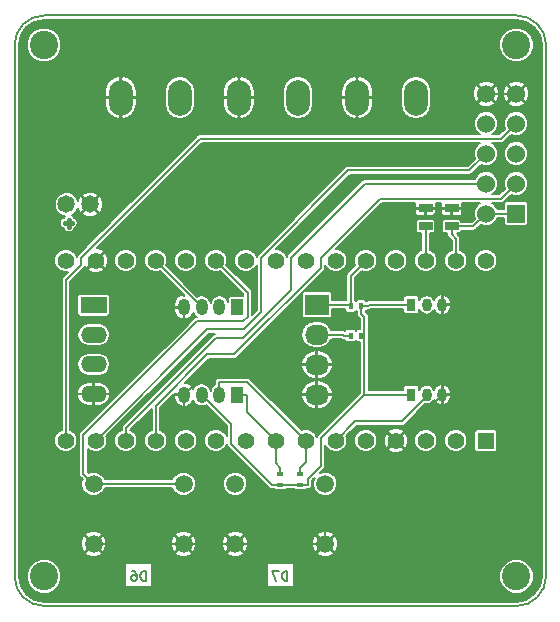
<source format=gbl>
%FSLAX34Y34*%
G04 Gerber Fmt 3.4, Leading zero omitted, Abs format*
G04 (created by PCBNEW (2014-03-19 BZR 4756)-product) date Sun 01 Jun 2014 22:33:16 BST*
%MOIN*%
G01*
G70*
G90*
G04 APERTURE LIST*
%ADD10C,0.005906*%
%ADD11C,0.007900*%
%ADD12C,0.007874*%
%ADD13C,0.015000*%
%ADD14C,0.094500*%
%ADD15R,0.080000X0.068000*%
%ADD16O,0.080000X0.068000*%
%ADD17O,0.078700X0.118700*%
%ADD18R,0.015700X0.023600*%
%ADD19R,0.060000X0.060000*%
%ADD20C,0.060000*%
%ADD21C,0.055000*%
%ADD22R,0.055000X0.055000*%
%ADD23R,0.045000X0.025000*%
%ADD24C,0.058300*%
%ADD25O,0.086614X0.055118*%
%ADD26R,0.086614X0.055118*%
%ADD27O,0.031496X0.043307*%
%ADD28R,0.031496X0.043307*%
%ADD29O,0.039370X0.055118*%
%ADD30R,0.039370X0.055118*%
%ADD31R,0.023600X0.015700*%
%ADD32C,0.059055*%
%ADD33C,0.008000*%
%ADD34C,0.007087*%
G04 APERTURE END LIST*
G54D10*
G54D11*
X52145Y-40433D02*
X67893Y-40433D01*
X51161Y-39448D02*
X51161Y-21732D01*
X51161Y-39448D02*
G75*
G03X52145Y-40433I984J0D01*
G74*
G01*
X52145Y-20748D02*
X67893Y-20748D01*
X52145Y-20748D02*
G75*
G03X51161Y-21732I0J-984D01*
G74*
G01*
X68877Y-39448D02*
X68877Y-21732D01*
X67893Y-40433D02*
G75*
G03X68877Y-39448I0J984D01*
G74*
G01*
X68877Y-21732D02*
G75*
G03X67893Y-20748I-984J0D01*
G74*
G01*
G54D12*
X60252Y-39591D02*
X60252Y-39276D01*
X60177Y-39276D01*
X60132Y-39291D01*
X60102Y-39321D01*
X60087Y-39351D01*
X60072Y-39411D01*
X60072Y-39456D01*
X60087Y-39516D01*
X60102Y-39546D01*
X60132Y-39576D01*
X60177Y-39591D01*
X60252Y-39591D01*
X59967Y-39276D02*
X59757Y-39276D01*
X59892Y-39591D01*
X55527Y-39591D02*
X55527Y-39276D01*
X55452Y-39276D01*
X55407Y-39291D01*
X55377Y-39321D01*
X55362Y-39351D01*
X55347Y-39411D01*
X55347Y-39456D01*
X55362Y-39516D01*
X55377Y-39546D01*
X55407Y-39576D01*
X55452Y-39591D01*
X55527Y-39591D01*
X55077Y-39276D02*
X55137Y-39276D01*
X55167Y-39291D01*
X55182Y-39306D01*
X55212Y-39351D01*
X55227Y-39411D01*
X55227Y-39531D01*
X55212Y-39561D01*
X55197Y-39576D01*
X55167Y-39591D01*
X55107Y-39591D01*
X55077Y-39576D01*
X55062Y-39561D01*
X55047Y-39531D01*
X55047Y-39456D01*
X55062Y-39426D01*
X55077Y-39411D01*
X55107Y-39396D01*
X55167Y-39396D01*
X55197Y-39411D01*
X55212Y-39426D01*
X55227Y-39456D01*
G54D13*
X52972Y-27677D02*
X52972Y-27559D01*
X52972Y-27677D02*
X53090Y-27677D01*
X52854Y-27677D02*
X52972Y-27677D01*
X52972Y-27677D02*
X52972Y-27795D01*
G54D14*
X67893Y-39448D03*
X52145Y-21732D03*
X67893Y-21732D03*
X52145Y-39448D03*
G54D15*
X61240Y-30389D03*
G54D16*
X61240Y-31389D03*
X61240Y-32389D03*
X61240Y-33389D03*
G54D17*
X56673Y-23484D03*
X54705Y-23484D03*
X60609Y-23485D03*
X58641Y-23485D03*
X64547Y-23484D03*
X62579Y-23484D03*
G54D18*
X62716Y-31417D03*
X62362Y-31417D03*
X62716Y-30433D03*
X62362Y-30433D03*
G54D19*
X67881Y-27354D03*
G54D20*
X66881Y-27354D03*
X67881Y-26354D03*
X66881Y-26354D03*
X67881Y-25354D03*
X66881Y-25354D03*
X67881Y-24354D03*
X66881Y-24354D03*
X67881Y-23354D03*
X66881Y-23354D03*
G54D21*
X52874Y-34921D03*
X53874Y-28920D03*
X54874Y-28920D03*
X55874Y-28920D03*
X56874Y-28920D03*
X57874Y-28920D03*
X58874Y-28920D03*
X59874Y-28920D03*
X60874Y-28920D03*
X61874Y-28920D03*
X62874Y-28920D03*
X63874Y-28920D03*
X64874Y-28920D03*
X65874Y-28920D03*
X66874Y-28920D03*
G54D22*
X66874Y-34921D03*
G54D21*
X65874Y-34921D03*
X64874Y-34921D03*
X63874Y-34921D03*
X62874Y-34921D03*
X61874Y-34921D03*
X60874Y-34921D03*
X59874Y-34921D03*
X58874Y-34921D03*
X57874Y-34921D03*
X56874Y-34921D03*
X55874Y-34921D03*
X54874Y-34921D03*
X53874Y-34921D03*
X52874Y-28920D03*
G54D23*
X65728Y-27780D03*
X65728Y-27180D03*
X64862Y-27780D03*
X64862Y-27180D03*
G54D24*
X52893Y-27047D03*
X53681Y-27047D03*
G54D25*
X53799Y-31397D03*
X53799Y-32381D03*
G54D26*
X53799Y-30413D03*
G54D25*
X53799Y-33365D03*
G54D27*
X64901Y-33385D03*
X65413Y-33385D03*
G54D28*
X64389Y-33385D03*
G54D27*
X64901Y-30393D03*
X65413Y-30393D03*
G54D28*
X64389Y-30393D03*
G54D29*
X57991Y-33385D03*
X57401Y-33385D03*
G54D30*
X58582Y-33385D03*
G54D29*
X56810Y-33385D03*
X57991Y-30472D03*
X57401Y-30472D03*
G54D30*
X58582Y-30472D03*
G54D29*
X56810Y-30472D03*
G54D31*
X60688Y-36397D03*
X60688Y-36043D03*
X60019Y-36397D03*
X60019Y-36043D03*
G54D32*
X56795Y-36362D03*
X56795Y-38362D03*
X53795Y-36362D03*
X53795Y-38362D03*
X61519Y-36362D03*
X61519Y-38362D03*
X58519Y-36362D03*
X58519Y-38362D03*
G54D33*
X53795Y-38362D02*
X56795Y-38362D01*
X63878Y-34921D02*
X63874Y-34921D01*
X65413Y-33385D02*
X63878Y-34921D01*
X62579Y-23484D02*
X63112Y-23484D01*
X61308Y-24221D02*
X62045Y-23484D01*
X59911Y-24221D02*
X61308Y-24221D01*
X59174Y-23485D02*
X59911Y-24221D01*
X58641Y-23485D02*
X59174Y-23485D01*
X62579Y-23484D02*
X62045Y-23484D01*
X65413Y-30393D02*
X65413Y-30037D01*
X64862Y-27180D02*
X64862Y-27445D01*
X65728Y-27180D02*
X65363Y-27180D01*
X65096Y-27447D02*
X65363Y-27180D01*
X65363Y-27714D02*
X65096Y-27447D01*
X65363Y-29986D02*
X65363Y-27714D01*
X65413Y-30037D02*
X65363Y-29986D01*
X65094Y-27445D02*
X64862Y-27445D01*
X65096Y-27447D02*
X65094Y-27445D01*
X57367Y-22744D02*
X58107Y-23485D01*
X55978Y-22744D02*
X57367Y-22744D01*
X55238Y-23484D02*
X55978Y-22744D01*
X54705Y-23484D02*
X55238Y-23484D01*
X58641Y-23485D02*
X58107Y-23485D01*
X58519Y-38362D02*
X56795Y-38362D01*
X61519Y-38362D02*
X58519Y-38362D01*
X61519Y-37275D02*
X63874Y-34921D01*
X61519Y-38362D02*
X61519Y-37275D01*
X66270Y-22743D02*
X66881Y-23354D01*
X63853Y-22743D02*
X66270Y-22743D01*
X63112Y-23484D02*
X63853Y-22743D01*
X67881Y-23354D02*
X66881Y-23354D01*
X54372Y-31525D02*
X55425Y-30472D01*
X54372Y-33365D02*
X54372Y-31525D01*
X56810Y-30472D02*
X55425Y-30472D01*
X55425Y-30472D02*
X53874Y-28920D01*
X53799Y-33365D02*
X54372Y-33365D01*
X57806Y-32389D02*
X56810Y-33385D01*
X61240Y-32389D02*
X57806Y-32389D01*
X53795Y-36362D02*
X56795Y-36362D01*
X58937Y-29984D02*
X57874Y-28920D01*
X58937Y-30798D02*
X58937Y-29984D01*
X58792Y-30943D02*
X58937Y-30798D01*
X57250Y-30943D02*
X58792Y-30943D01*
X53454Y-34740D02*
X57250Y-30943D01*
X53454Y-36021D02*
X53454Y-34740D01*
X53795Y-36362D02*
X53454Y-36021D01*
X60019Y-36043D02*
X60019Y-35824D01*
X59874Y-35679D02*
X60019Y-35824D01*
X59874Y-34921D02*
X59874Y-35679D01*
X58919Y-33967D02*
X59874Y-34921D01*
X58919Y-33385D02*
X58919Y-33967D01*
X58582Y-33385D02*
X58919Y-33385D01*
X57991Y-33385D02*
X57991Y-32970D01*
X58922Y-32970D02*
X60874Y-34921D01*
X57991Y-32970D02*
X58922Y-32970D01*
X60874Y-35639D02*
X60874Y-34921D01*
X60688Y-35824D02*
X60874Y-35639D01*
X60688Y-36043D02*
X60688Y-35824D01*
X54874Y-34508D02*
X54874Y-34921D01*
X57883Y-31499D02*
X54874Y-34508D01*
X58764Y-31499D02*
X57883Y-31499D01*
X60374Y-29889D02*
X58764Y-31499D01*
X60374Y-28818D02*
X60374Y-29889D01*
X62837Y-26354D02*
X60374Y-28818D01*
X66881Y-26354D02*
X62837Y-26354D01*
X62116Y-31389D02*
X62143Y-31417D01*
X61240Y-31389D02*
X62116Y-31389D01*
X62362Y-31417D02*
X62143Y-31417D01*
X61240Y-30389D02*
X61780Y-30389D01*
X62362Y-30389D02*
X61780Y-30389D01*
X62362Y-29432D02*
X62362Y-30389D01*
X62874Y-28920D02*
X62362Y-29432D01*
X62362Y-30389D02*
X62362Y-30433D01*
X65874Y-28191D02*
X65728Y-28045D01*
X65874Y-28920D02*
X65874Y-28191D01*
X65728Y-27780D02*
X65728Y-28045D01*
X67881Y-27354D02*
X67441Y-27354D01*
X66455Y-27780D02*
X66881Y-27354D01*
X65728Y-27780D02*
X66455Y-27780D01*
X66881Y-27354D02*
X67441Y-27354D01*
X55874Y-28944D02*
X55874Y-28920D01*
X57401Y-30472D02*
X55874Y-28944D01*
X64862Y-28908D02*
X64862Y-27780D01*
X64874Y-28920D02*
X64862Y-28908D01*
X62825Y-30800D02*
X62716Y-30691D01*
X62825Y-31417D02*
X62825Y-30800D01*
X62716Y-30433D02*
X62716Y-30691D01*
X62974Y-30393D02*
X62935Y-30433D01*
X64389Y-30393D02*
X62974Y-30393D01*
X62716Y-30433D02*
X62935Y-30433D01*
X59753Y-36397D02*
X60019Y-36397D01*
X58374Y-35017D02*
X59753Y-36397D01*
X58374Y-34358D02*
X58374Y-35017D01*
X57401Y-33385D02*
X58374Y-34358D01*
X60019Y-36397D02*
X60688Y-36397D01*
X60688Y-36397D02*
X60947Y-36397D01*
X62716Y-31417D02*
X62771Y-31417D01*
X62771Y-31417D02*
X62825Y-31417D01*
X62815Y-31462D02*
X62815Y-33385D01*
X62771Y-31417D02*
X62815Y-31462D01*
X61374Y-34827D02*
X62815Y-33385D01*
X61374Y-35757D02*
X61374Y-34827D01*
X60947Y-36184D02*
X61374Y-35757D01*
X60947Y-36397D02*
X60947Y-36184D01*
X62815Y-33385D02*
X64389Y-33385D01*
X62511Y-34283D02*
X61874Y-34921D01*
X64068Y-34283D02*
X62511Y-34283D01*
X64901Y-33450D02*
X64068Y-34283D01*
X64901Y-33385D02*
X64901Y-33450D01*
X67381Y-26854D02*
X67881Y-26354D01*
X63349Y-26854D02*
X67381Y-26854D01*
X61374Y-28829D02*
X63349Y-26854D01*
X61374Y-29153D02*
X61374Y-28829D01*
X58477Y-32050D02*
X61374Y-29153D01*
X57587Y-32050D02*
X58477Y-32050D01*
X55874Y-33763D02*
X57587Y-32050D01*
X55874Y-34921D02*
X55874Y-33763D01*
X67381Y-24854D02*
X67881Y-24354D01*
X57346Y-24854D02*
X67381Y-24854D01*
X53374Y-28827D02*
X57346Y-24854D01*
X53374Y-29077D02*
X53374Y-28827D01*
X52874Y-29577D02*
X53374Y-29077D01*
X52874Y-34921D02*
X52874Y-29577D01*
X57581Y-31214D02*
X53874Y-34921D01*
X58795Y-31214D02*
X57581Y-31214D01*
X59374Y-30635D02*
X58795Y-31214D01*
X59374Y-28831D02*
X59374Y-30635D01*
X62291Y-25914D02*
X59374Y-28831D01*
X66322Y-25914D02*
X62291Y-25914D01*
X66322Y-25914D02*
X66322Y-25914D01*
X66881Y-25354D02*
X66322Y-25914D01*
G54D10*
G36*
X68732Y-39434D02*
X68665Y-39768D01*
X68484Y-40039D01*
X68472Y-40047D01*
X68472Y-39334D01*
X68472Y-21617D01*
X68384Y-21404D01*
X68221Y-21241D01*
X68009Y-21153D01*
X67779Y-21153D01*
X67566Y-21241D01*
X67403Y-21403D01*
X67315Y-21616D01*
X67314Y-21846D01*
X67402Y-22059D01*
X67565Y-22222D01*
X67778Y-22310D01*
X68008Y-22311D01*
X68221Y-22223D01*
X68384Y-22060D01*
X68472Y-21847D01*
X68472Y-21617D01*
X68472Y-39334D01*
X68384Y-39121D01*
X68316Y-39053D01*
X68316Y-23271D01*
X68251Y-23111D01*
X68247Y-23105D01*
X68180Y-23075D01*
X68161Y-23094D01*
X68161Y-23055D01*
X68130Y-22988D01*
X67971Y-22921D01*
X67799Y-22919D01*
X67639Y-22984D01*
X67633Y-22988D01*
X67602Y-23055D01*
X67881Y-23334D01*
X68161Y-23055D01*
X68161Y-23094D01*
X67901Y-23354D01*
X68180Y-23633D01*
X68247Y-23603D01*
X68315Y-23444D01*
X68316Y-23271D01*
X68316Y-39053D01*
X68288Y-39024D01*
X68288Y-26273D01*
X68288Y-25273D01*
X68226Y-25124D01*
X68112Y-25010D01*
X67963Y-24948D01*
X67801Y-24947D01*
X67652Y-25009D01*
X67537Y-25123D01*
X67475Y-25273D01*
X67475Y-25434D01*
X67537Y-25584D01*
X67651Y-25698D01*
X67800Y-25760D01*
X67962Y-25760D01*
X68111Y-25698D01*
X68226Y-25584D01*
X68288Y-25435D01*
X68288Y-25273D01*
X68288Y-26273D01*
X68226Y-26124D01*
X68112Y-26010D01*
X67963Y-25948D01*
X67801Y-25947D01*
X67652Y-26009D01*
X67537Y-26123D01*
X67475Y-26273D01*
X67475Y-26434D01*
X67510Y-26519D01*
X67321Y-26708D01*
X67089Y-26708D01*
X67111Y-26698D01*
X67226Y-26584D01*
X67288Y-26435D01*
X67288Y-26273D01*
X67226Y-26124D01*
X67112Y-26010D01*
X66963Y-25948D01*
X66801Y-25947D01*
X66652Y-26009D01*
X66537Y-26123D01*
X66502Y-26208D01*
X62837Y-26208D01*
X62781Y-26219D01*
X62734Y-26250D01*
X60270Y-28714D01*
X60238Y-28762D01*
X60233Y-28791D01*
X60197Y-28705D01*
X60090Y-28597D01*
X59950Y-28539D01*
X59873Y-28539D01*
X62352Y-26060D01*
X66322Y-26060D01*
X66378Y-26049D01*
X66425Y-26017D01*
X66425Y-26017D01*
X66717Y-25725D01*
X66800Y-25760D01*
X66962Y-25760D01*
X67111Y-25698D01*
X67226Y-25584D01*
X67288Y-25435D01*
X67288Y-25273D01*
X67226Y-25124D01*
X67112Y-25010D01*
X67089Y-25000D01*
X67381Y-25000D01*
X67437Y-24989D01*
X67437Y-24989D01*
X67485Y-24957D01*
X67717Y-24725D01*
X67800Y-24760D01*
X67962Y-24760D01*
X68111Y-24698D01*
X68226Y-24584D01*
X68288Y-24435D01*
X68288Y-24273D01*
X68226Y-24124D01*
X68161Y-24058D01*
X68161Y-23653D01*
X67881Y-23373D01*
X67862Y-23393D01*
X67862Y-23354D01*
X67583Y-23075D01*
X67516Y-23105D01*
X67448Y-23264D01*
X67447Y-23437D01*
X67512Y-23597D01*
X67516Y-23603D01*
X67583Y-23633D01*
X67862Y-23354D01*
X67862Y-23393D01*
X67602Y-23653D01*
X67633Y-23720D01*
X67792Y-23787D01*
X67964Y-23788D01*
X68124Y-23724D01*
X68130Y-23720D01*
X68161Y-23653D01*
X68161Y-24058D01*
X68112Y-24010D01*
X67963Y-23948D01*
X67801Y-23947D01*
X67652Y-24009D01*
X67537Y-24123D01*
X67475Y-24273D01*
X67475Y-24434D01*
X67510Y-24519D01*
X67321Y-24708D01*
X67316Y-24708D01*
X67316Y-23271D01*
X67251Y-23111D01*
X67247Y-23105D01*
X67180Y-23075D01*
X67161Y-23094D01*
X67161Y-23055D01*
X67130Y-22988D01*
X66971Y-22921D01*
X66799Y-22919D01*
X66639Y-22984D01*
X66633Y-22988D01*
X66602Y-23055D01*
X66881Y-23334D01*
X67161Y-23055D01*
X67161Y-23094D01*
X66901Y-23354D01*
X67180Y-23633D01*
X67247Y-23603D01*
X67315Y-23444D01*
X67316Y-23271D01*
X67316Y-24708D01*
X67089Y-24708D01*
X67111Y-24698D01*
X67226Y-24584D01*
X67288Y-24435D01*
X67288Y-24273D01*
X67226Y-24124D01*
X67161Y-24058D01*
X67161Y-23653D01*
X66881Y-23373D01*
X66862Y-23393D01*
X66862Y-23354D01*
X66583Y-23075D01*
X66516Y-23105D01*
X66448Y-23264D01*
X66447Y-23437D01*
X66512Y-23597D01*
X66516Y-23603D01*
X66583Y-23633D01*
X66862Y-23354D01*
X66862Y-23393D01*
X66602Y-23653D01*
X66633Y-23720D01*
X66792Y-23787D01*
X66964Y-23788D01*
X67124Y-23724D01*
X67130Y-23720D01*
X67161Y-23653D01*
X67161Y-24058D01*
X67112Y-24010D01*
X66963Y-23948D01*
X66801Y-23947D01*
X66652Y-24009D01*
X66537Y-24123D01*
X66475Y-24273D01*
X66475Y-24434D01*
X66537Y-24584D01*
X66651Y-24698D01*
X66674Y-24708D01*
X65047Y-24708D01*
X65047Y-23697D01*
X65047Y-23270D01*
X65009Y-23079D01*
X64900Y-22917D01*
X64738Y-22808D01*
X64547Y-22770D01*
X64356Y-22808D01*
X64193Y-22917D01*
X64085Y-23079D01*
X64047Y-23270D01*
X64047Y-23697D01*
X64085Y-23889D01*
X64193Y-24051D01*
X64356Y-24159D01*
X64547Y-24197D01*
X64738Y-24159D01*
X64900Y-24051D01*
X65009Y-23889D01*
X65047Y-23697D01*
X65047Y-24708D01*
X63106Y-24708D01*
X63106Y-23697D01*
X63106Y-23497D01*
X63106Y-23470D01*
X63106Y-23270D01*
X63061Y-23069D01*
X62942Y-22901D01*
X62768Y-22791D01*
X62675Y-22765D01*
X62593Y-22790D01*
X62593Y-23470D01*
X63106Y-23470D01*
X63106Y-23497D01*
X62593Y-23497D01*
X62593Y-24177D01*
X62675Y-24202D01*
X62768Y-24176D01*
X62942Y-24066D01*
X63061Y-23898D01*
X63106Y-23697D01*
X63106Y-24708D01*
X62565Y-24708D01*
X62565Y-24177D01*
X62565Y-23497D01*
X62565Y-23470D01*
X62565Y-22790D01*
X62483Y-22765D01*
X62390Y-22791D01*
X62216Y-22901D01*
X62097Y-23069D01*
X62052Y-23270D01*
X62052Y-23470D01*
X62565Y-23470D01*
X62565Y-23497D01*
X62052Y-23497D01*
X62052Y-23697D01*
X62097Y-23898D01*
X62216Y-24066D01*
X62390Y-24176D01*
X62483Y-24202D01*
X62565Y-24177D01*
X62565Y-24708D01*
X61108Y-24708D01*
X61108Y-23698D01*
X61108Y-23271D01*
X61070Y-23080D01*
X60962Y-22917D01*
X60800Y-22809D01*
X60609Y-22771D01*
X60417Y-22809D01*
X60255Y-22917D01*
X60147Y-23080D01*
X60109Y-23271D01*
X60109Y-23698D01*
X60147Y-23890D01*
X60255Y-24052D01*
X60417Y-24160D01*
X60609Y-24198D01*
X60800Y-24160D01*
X60962Y-24052D01*
X61070Y-23890D01*
X61108Y-23698D01*
X61108Y-24708D01*
X59168Y-24708D01*
X59168Y-23698D01*
X59168Y-23498D01*
X59168Y-23471D01*
X59168Y-23271D01*
X59123Y-23070D01*
X59004Y-22902D01*
X58830Y-22792D01*
X58737Y-22766D01*
X58654Y-22791D01*
X58654Y-23471D01*
X59168Y-23471D01*
X59168Y-23498D01*
X58654Y-23498D01*
X58654Y-24178D01*
X58737Y-24203D01*
X58830Y-24177D01*
X59004Y-24067D01*
X59123Y-23899D01*
X59168Y-23698D01*
X59168Y-24708D01*
X58627Y-24708D01*
X58627Y-24178D01*
X58627Y-23498D01*
X58627Y-23471D01*
X58627Y-22791D01*
X58545Y-22766D01*
X58452Y-22792D01*
X58278Y-22902D01*
X58159Y-23070D01*
X58113Y-23271D01*
X58113Y-23471D01*
X58627Y-23471D01*
X58627Y-23498D01*
X58113Y-23498D01*
X58113Y-23698D01*
X58159Y-23899D01*
X58278Y-24067D01*
X58452Y-24177D01*
X58545Y-24203D01*
X58627Y-24178D01*
X58627Y-24708D01*
X57346Y-24708D01*
X57290Y-24719D01*
X57243Y-24750D01*
X57173Y-24821D01*
X57173Y-23697D01*
X57173Y-23270D01*
X57135Y-23079D01*
X57026Y-22917D01*
X56864Y-22808D01*
X56673Y-22770D01*
X56482Y-22808D01*
X56319Y-22917D01*
X56211Y-23079D01*
X56173Y-23270D01*
X56173Y-23697D01*
X56211Y-23889D01*
X56319Y-24051D01*
X56482Y-24159D01*
X56673Y-24197D01*
X56864Y-24159D01*
X57026Y-24051D01*
X57135Y-23889D01*
X57173Y-23697D01*
X57173Y-24821D01*
X55232Y-26761D01*
X55232Y-23697D01*
X55232Y-23497D01*
X55232Y-23470D01*
X55232Y-23270D01*
X55187Y-23069D01*
X55068Y-22901D01*
X54894Y-22791D01*
X54801Y-22765D01*
X54719Y-22790D01*
X54719Y-23470D01*
X55232Y-23470D01*
X55232Y-23497D01*
X54719Y-23497D01*
X54719Y-24177D01*
X54801Y-24202D01*
X54894Y-24176D01*
X55068Y-24066D01*
X55187Y-23898D01*
X55232Y-23697D01*
X55232Y-26761D01*
X54691Y-27302D01*
X54691Y-24177D01*
X54691Y-23497D01*
X54691Y-23470D01*
X54691Y-22790D01*
X54609Y-22765D01*
X54516Y-22791D01*
X54342Y-22901D01*
X54223Y-23069D01*
X54178Y-23270D01*
X54178Y-23470D01*
X54691Y-23470D01*
X54691Y-23497D01*
X54178Y-23497D01*
X54178Y-23697D01*
X54223Y-23898D01*
X54342Y-24066D01*
X54516Y-24176D01*
X54609Y-24202D01*
X54691Y-24177D01*
X54691Y-27302D01*
X54107Y-27886D01*
X54107Y-26965D01*
X54043Y-26809D01*
X54040Y-26803D01*
X53973Y-26774D01*
X53954Y-26793D01*
X53954Y-26754D01*
X53925Y-26688D01*
X53769Y-26622D01*
X53599Y-26621D01*
X53443Y-26684D01*
X53437Y-26688D01*
X53408Y-26754D01*
X53681Y-27027D01*
X53954Y-26754D01*
X53954Y-26793D01*
X53700Y-27047D01*
X53973Y-27320D01*
X54040Y-27290D01*
X54106Y-27135D01*
X54107Y-26965D01*
X54107Y-27886D01*
X53954Y-28039D01*
X53954Y-27339D01*
X53681Y-27066D01*
X53661Y-27086D01*
X53661Y-27047D01*
X53388Y-26774D01*
X53322Y-26803D01*
X53272Y-26922D01*
X53230Y-26822D01*
X53119Y-26710D01*
X52972Y-26649D01*
X52814Y-26649D01*
X52724Y-26686D01*
X52724Y-21617D01*
X52636Y-21404D01*
X52473Y-21241D01*
X52261Y-21153D01*
X52031Y-21153D01*
X51818Y-21241D01*
X51655Y-21403D01*
X51566Y-21616D01*
X51566Y-21846D01*
X51654Y-22059D01*
X51817Y-22222D01*
X52030Y-22310D01*
X52260Y-22311D01*
X52473Y-22223D01*
X52636Y-22060D01*
X52724Y-21847D01*
X52724Y-21617D01*
X52724Y-26686D01*
X52668Y-26709D01*
X52556Y-26821D01*
X52495Y-26967D01*
X52495Y-27126D01*
X52555Y-27272D01*
X52667Y-27384D01*
X52813Y-27444D01*
X52834Y-27444D01*
X52804Y-27489D01*
X52801Y-27506D01*
X52785Y-27509D01*
X52726Y-27549D01*
X52686Y-27607D01*
X52673Y-27677D01*
X52686Y-27746D01*
X52726Y-27805D01*
X52785Y-27844D01*
X52801Y-27848D01*
X52804Y-27864D01*
X52844Y-27923D01*
X52903Y-27962D01*
X52972Y-27976D01*
X53041Y-27962D01*
X53100Y-27923D01*
X53139Y-27864D01*
X53143Y-27848D01*
X53159Y-27844D01*
X53218Y-27805D01*
X53257Y-27746D01*
X53271Y-27677D01*
X53257Y-27607D01*
X53218Y-27549D01*
X53159Y-27509D01*
X53143Y-27506D01*
X53139Y-27489D01*
X53100Y-27431D01*
X53064Y-27406D01*
X53118Y-27384D01*
X53230Y-27272D01*
X53272Y-27171D01*
X53319Y-27285D01*
X53322Y-27290D01*
X53388Y-27320D01*
X53661Y-27047D01*
X53661Y-27086D01*
X53408Y-27339D01*
X53437Y-27406D01*
X53593Y-27471D01*
X53762Y-27473D01*
X53919Y-27409D01*
X53925Y-27406D01*
X53954Y-27339D01*
X53954Y-28039D01*
X53270Y-28723D01*
X53238Y-28771D01*
X53234Y-28794D01*
X53197Y-28705D01*
X53090Y-28597D01*
X52950Y-28539D01*
X52798Y-28539D01*
X52658Y-28597D01*
X52550Y-28704D01*
X52492Y-28844D01*
X52492Y-28996D01*
X52550Y-29136D01*
X52657Y-29243D01*
X52797Y-29302D01*
X52942Y-29302D01*
X52770Y-29473D01*
X52738Y-29521D01*
X52727Y-29577D01*
X52727Y-34569D01*
X52658Y-34597D01*
X52550Y-34704D01*
X52492Y-34845D01*
X52492Y-34996D01*
X52550Y-35136D01*
X52657Y-35244D01*
X52797Y-35302D01*
X52949Y-35302D01*
X53089Y-35244D01*
X53197Y-35137D01*
X53255Y-34997D01*
X53255Y-34845D01*
X53197Y-34705D01*
X53090Y-34598D01*
X53020Y-34569D01*
X53020Y-29638D01*
X53477Y-29180D01*
X53509Y-29133D01*
X53509Y-29133D01*
X53512Y-29116D01*
X53512Y-29116D01*
X53525Y-29150D01*
X53528Y-29154D01*
X53593Y-29181D01*
X53854Y-28920D01*
X53848Y-28915D01*
X53868Y-28895D01*
X53874Y-28901D01*
X54135Y-28640D01*
X54107Y-28575D01*
X53957Y-28512D01*
X53896Y-28512D01*
X57407Y-25000D01*
X66673Y-25000D01*
X66652Y-25009D01*
X66537Y-25123D01*
X66475Y-25273D01*
X66475Y-25434D01*
X66510Y-25519D01*
X66261Y-25767D01*
X62291Y-25767D01*
X62235Y-25779D01*
X62188Y-25810D01*
X59270Y-28728D01*
X59238Y-28775D01*
X59234Y-28795D01*
X59197Y-28705D01*
X59090Y-28597D01*
X58950Y-28539D01*
X58798Y-28539D01*
X58658Y-28597D01*
X58550Y-28704D01*
X58492Y-28844D01*
X58492Y-28996D01*
X58550Y-29136D01*
X58657Y-29243D01*
X58797Y-29302D01*
X58949Y-29302D01*
X59089Y-29244D01*
X59197Y-29137D01*
X59227Y-29063D01*
X59227Y-30574D01*
X59083Y-30718D01*
X59083Y-29984D01*
X59072Y-29928D01*
X59072Y-29928D01*
X59041Y-29880D01*
X58226Y-29066D01*
X58255Y-28996D01*
X58255Y-28845D01*
X58197Y-28705D01*
X58090Y-28597D01*
X57950Y-28539D01*
X57798Y-28539D01*
X57658Y-28597D01*
X57550Y-28704D01*
X57492Y-28844D01*
X57492Y-28996D01*
X57550Y-29136D01*
X57657Y-29243D01*
X57797Y-29302D01*
X57949Y-29302D01*
X58019Y-29273D01*
X58791Y-30045D01*
X58791Y-30090D01*
X58758Y-30090D01*
X58364Y-30090D01*
X58325Y-30106D01*
X58295Y-30136D01*
X58279Y-30175D01*
X58279Y-30217D01*
X58279Y-30309D01*
X58271Y-30270D01*
X58206Y-30171D01*
X58107Y-30106D01*
X57991Y-30083D01*
X57875Y-30106D01*
X57777Y-30171D01*
X57711Y-30270D01*
X57696Y-30345D01*
X57681Y-30270D01*
X57616Y-30171D01*
X57517Y-30106D01*
X57401Y-30083D01*
X57285Y-30106D01*
X57259Y-30123D01*
X57255Y-30119D01*
X57255Y-28845D01*
X57197Y-28705D01*
X57090Y-28597D01*
X56950Y-28539D01*
X56798Y-28539D01*
X56658Y-28597D01*
X56550Y-28704D01*
X56492Y-28844D01*
X56492Y-28996D01*
X56550Y-29136D01*
X56657Y-29243D01*
X56797Y-29302D01*
X56949Y-29302D01*
X57089Y-29244D01*
X57197Y-29137D01*
X57255Y-28996D01*
X57255Y-28845D01*
X57255Y-30119D01*
X56219Y-29083D01*
X56255Y-28996D01*
X56255Y-28845D01*
X56197Y-28705D01*
X56090Y-28597D01*
X55950Y-28539D01*
X55798Y-28539D01*
X55658Y-28597D01*
X55550Y-28704D01*
X55492Y-28844D01*
X55492Y-28996D01*
X55550Y-29136D01*
X55657Y-29243D01*
X55797Y-29302D01*
X55949Y-29302D01*
X56002Y-29280D01*
X56797Y-30074D01*
X56797Y-30096D01*
X56745Y-30069D01*
X56697Y-30082D01*
X56586Y-30150D01*
X56510Y-30254D01*
X56480Y-30379D01*
X56480Y-30458D01*
X56797Y-30458D01*
X56797Y-30450D01*
X56824Y-30450D01*
X56824Y-30458D01*
X56832Y-30458D01*
X56832Y-30486D01*
X56824Y-30486D01*
X56824Y-30848D01*
X56876Y-30875D01*
X56924Y-30861D01*
X57034Y-30794D01*
X57111Y-30690D01*
X57118Y-30659D01*
X57121Y-30674D01*
X57187Y-30773D01*
X57230Y-30801D01*
X57194Y-30808D01*
X57147Y-30840D01*
X56797Y-31190D01*
X56797Y-30848D01*
X56797Y-30486D01*
X56480Y-30486D01*
X56480Y-30564D01*
X56510Y-30690D01*
X56586Y-30794D01*
X56697Y-30861D01*
X56745Y-30875D01*
X56797Y-30848D01*
X56797Y-31190D01*
X55255Y-32732D01*
X55255Y-28845D01*
X55197Y-28705D01*
X55090Y-28597D01*
X54950Y-28539D01*
X54798Y-28539D01*
X54658Y-28597D01*
X54550Y-28704D01*
X54492Y-28844D01*
X54492Y-28996D01*
X54550Y-29136D01*
X54657Y-29243D01*
X54797Y-29302D01*
X54949Y-29302D01*
X55089Y-29244D01*
X55197Y-29137D01*
X55255Y-28996D01*
X55255Y-28845D01*
X55255Y-32732D01*
X54358Y-33628D01*
X54358Y-33443D01*
X54358Y-33288D01*
X54349Y-33253D01*
X54349Y-32381D01*
X54349Y-31397D01*
X54338Y-31344D01*
X54338Y-30710D01*
X54338Y-30668D01*
X54338Y-30117D01*
X54322Y-30077D01*
X54292Y-30048D01*
X54283Y-30044D01*
X54283Y-28841D01*
X54222Y-28691D01*
X54219Y-28687D01*
X54154Y-28659D01*
X53893Y-28920D01*
X54154Y-29181D01*
X54219Y-29154D01*
X54282Y-29004D01*
X54283Y-28841D01*
X54283Y-30044D01*
X54253Y-30031D01*
X54211Y-30031D01*
X54135Y-30031D01*
X54135Y-29201D01*
X53874Y-28940D01*
X53612Y-29201D01*
X53640Y-29265D01*
X53790Y-29329D01*
X53952Y-29330D01*
X54103Y-29268D01*
X54107Y-29265D01*
X54135Y-29201D01*
X54135Y-30031D01*
X53344Y-30031D01*
X53305Y-30048D01*
X53276Y-30077D01*
X53259Y-30117D01*
X53259Y-30159D01*
X53259Y-30710D01*
X53276Y-30749D01*
X53305Y-30779D01*
X53344Y-30795D01*
X53387Y-30795D01*
X54253Y-30795D01*
X54292Y-30779D01*
X54322Y-30749D01*
X54338Y-30710D01*
X54338Y-31344D01*
X54320Y-31251D01*
X54237Y-31127D01*
X54113Y-31044D01*
X53967Y-31015D01*
X53631Y-31015D01*
X53485Y-31044D01*
X53361Y-31127D01*
X53278Y-31251D01*
X53249Y-31397D01*
X53278Y-31543D01*
X53361Y-31667D01*
X53485Y-31750D01*
X53631Y-31779D01*
X53967Y-31779D01*
X54113Y-31750D01*
X54237Y-31667D01*
X54320Y-31543D01*
X54349Y-31397D01*
X54349Y-32381D01*
X54320Y-32235D01*
X54237Y-32111D01*
X54113Y-32028D01*
X53967Y-31999D01*
X53631Y-31999D01*
X53485Y-32028D01*
X53361Y-32111D01*
X53278Y-32235D01*
X53249Y-32381D01*
X53278Y-32527D01*
X53361Y-32651D01*
X53485Y-32734D01*
X53631Y-32763D01*
X53967Y-32763D01*
X54113Y-32734D01*
X54237Y-32651D01*
X54320Y-32527D01*
X54349Y-32381D01*
X54349Y-33253D01*
X54340Y-33221D01*
X54255Y-33085D01*
X54126Y-32992D01*
X53970Y-32956D01*
X53812Y-32956D01*
X53812Y-33351D01*
X54332Y-33351D01*
X54358Y-33288D01*
X54358Y-33443D01*
X54332Y-33379D01*
X53812Y-33379D01*
X53812Y-33775D01*
X53970Y-33775D01*
X54126Y-33738D01*
X54255Y-33645D01*
X54340Y-33509D01*
X54358Y-33443D01*
X54358Y-33628D01*
X53785Y-34202D01*
X53785Y-33775D01*
X53785Y-33379D01*
X53785Y-33351D01*
X53785Y-32956D01*
X53627Y-32956D01*
X53472Y-32992D01*
X53342Y-33085D01*
X53258Y-33221D01*
X53239Y-33288D01*
X53266Y-33351D01*
X53785Y-33351D01*
X53785Y-33379D01*
X53266Y-33379D01*
X53239Y-33443D01*
X53258Y-33509D01*
X53342Y-33645D01*
X53472Y-33738D01*
X53627Y-33775D01*
X53785Y-33775D01*
X53785Y-34202D01*
X53350Y-34636D01*
X53319Y-34684D01*
X53307Y-34740D01*
X53307Y-36021D01*
X53319Y-36077D01*
X53350Y-36124D01*
X53427Y-36201D01*
X53393Y-36281D01*
X53393Y-36441D01*
X53454Y-36589D01*
X53567Y-36702D01*
X53715Y-36763D01*
X53874Y-36763D01*
X54022Y-36702D01*
X54135Y-36589D01*
X54169Y-36508D01*
X56421Y-36508D01*
X56454Y-36589D01*
X56567Y-36702D01*
X56715Y-36763D01*
X56874Y-36763D01*
X57022Y-36702D01*
X57135Y-36589D01*
X57196Y-36442D01*
X57196Y-36282D01*
X57135Y-36135D01*
X57023Y-36021D01*
X56875Y-35960D01*
X56715Y-35960D01*
X56568Y-36021D01*
X56455Y-36134D01*
X56421Y-36215D01*
X54169Y-36215D01*
X54135Y-36135D01*
X54023Y-36021D01*
X53875Y-35960D01*
X53715Y-35960D01*
X53634Y-35994D01*
X53600Y-35960D01*
X53600Y-35186D01*
X53657Y-35244D01*
X53797Y-35302D01*
X53949Y-35302D01*
X54089Y-35244D01*
X54197Y-35137D01*
X54255Y-34997D01*
X54255Y-34845D01*
X54226Y-34775D01*
X57641Y-31360D01*
X57848Y-31360D01*
X57827Y-31364D01*
X57779Y-31396D01*
X54770Y-34405D01*
X54738Y-34452D01*
X54727Y-34508D01*
X54727Y-34569D01*
X54658Y-34597D01*
X54550Y-34704D01*
X54492Y-34845D01*
X54492Y-34996D01*
X54550Y-35136D01*
X54657Y-35244D01*
X54797Y-35302D01*
X54949Y-35302D01*
X55089Y-35244D01*
X55197Y-35137D01*
X55255Y-34997D01*
X55255Y-34845D01*
X55197Y-34705D01*
X55090Y-34598D01*
X55020Y-34569D01*
X55727Y-33862D01*
X55727Y-34569D01*
X55658Y-34597D01*
X55550Y-34704D01*
X55492Y-34845D01*
X55492Y-34996D01*
X55550Y-35136D01*
X55657Y-35244D01*
X55797Y-35302D01*
X55949Y-35302D01*
X56089Y-35244D01*
X56197Y-35137D01*
X56255Y-34997D01*
X56255Y-34845D01*
X56197Y-34705D01*
X56090Y-34598D01*
X56020Y-34569D01*
X56020Y-33824D01*
X56480Y-33364D01*
X56480Y-33372D01*
X56797Y-33372D01*
X56797Y-33364D01*
X56824Y-33364D01*
X56824Y-33372D01*
X56832Y-33372D01*
X56832Y-33399D01*
X56824Y-33399D01*
X56824Y-33761D01*
X56876Y-33788D01*
X56924Y-33775D01*
X57034Y-33708D01*
X57111Y-33603D01*
X57118Y-33572D01*
X57121Y-33588D01*
X57187Y-33686D01*
X57285Y-33752D01*
X57401Y-33775D01*
X57517Y-33752D01*
X57543Y-33734D01*
X58227Y-34418D01*
X58227Y-34778D01*
X58197Y-34705D01*
X58090Y-34598D01*
X57950Y-34540D01*
X57798Y-34539D01*
X57658Y-34597D01*
X57550Y-34704D01*
X57492Y-34845D01*
X57492Y-34996D01*
X57550Y-35136D01*
X57657Y-35244D01*
X57797Y-35302D01*
X57949Y-35302D01*
X58089Y-35244D01*
X58197Y-35137D01*
X58233Y-35048D01*
X58238Y-35073D01*
X58270Y-35121D01*
X59650Y-36500D01*
X59697Y-36532D01*
X59697Y-36532D01*
X59753Y-36543D01*
X59819Y-36543D01*
X59841Y-36566D01*
X59880Y-36582D01*
X59922Y-36582D01*
X60158Y-36582D01*
X60197Y-36566D01*
X60220Y-36543D01*
X60488Y-36543D01*
X60510Y-36566D01*
X60549Y-36582D01*
X60592Y-36582D01*
X60828Y-36582D01*
X60867Y-36566D01*
X60889Y-36543D01*
X60947Y-36543D01*
X61003Y-36532D01*
X61050Y-36500D01*
X61082Y-36453D01*
X61093Y-36397D01*
X61093Y-36244D01*
X61162Y-36176D01*
X61118Y-36281D01*
X61118Y-36441D01*
X61179Y-36589D01*
X61291Y-36702D01*
X61439Y-36763D01*
X61599Y-36763D01*
X61746Y-36702D01*
X61859Y-36589D01*
X61921Y-36442D01*
X61921Y-36282D01*
X61860Y-36135D01*
X61747Y-36021D01*
X61599Y-35960D01*
X61440Y-35960D01*
X61333Y-36004D01*
X61477Y-35860D01*
X61509Y-35813D01*
X61509Y-35813D01*
X61520Y-35757D01*
X61520Y-35063D01*
X61550Y-35136D01*
X61657Y-35244D01*
X61797Y-35302D01*
X61949Y-35302D01*
X62089Y-35244D01*
X62197Y-35137D01*
X62255Y-34997D01*
X62255Y-34845D01*
X62226Y-34775D01*
X62572Y-34429D01*
X64068Y-34429D01*
X64124Y-34418D01*
X64124Y-34418D01*
X64171Y-34386D01*
X64853Y-33705D01*
X64901Y-33714D01*
X65002Y-33694D01*
X65088Y-33637D01*
X65145Y-33552D01*
X65145Y-33551D01*
X65149Y-33569D01*
X65217Y-33660D01*
X65314Y-33719D01*
X65354Y-33730D01*
X65399Y-33702D01*
X65399Y-33399D01*
X65391Y-33399D01*
X65391Y-33372D01*
X65399Y-33372D01*
X65399Y-33069D01*
X65354Y-33041D01*
X65314Y-33052D01*
X65217Y-33111D01*
X65149Y-33202D01*
X65145Y-33219D01*
X65145Y-33219D01*
X65088Y-33133D01*
X65002Y-33076D01*
X64901Y-33056D01*
X64800Y-33076D01*
X64715Y-33133D01*
X64657Y-33219D01*
X64653Y-33242D01*
X64653Y-33148D01*
X64637Y-33109D01*
X64607Y-33079D01*
X64568Y-33062D01*
X64525Y-33062D01*
X64210Y-33062D01*
X64171Y-33079D01*
X64141Y-33109D01*
X64125Y-33148D01*
X64125Y-33190D01*
X64125Y-33239D01*
X62962Y-33239D01*
X62962Y-31466D01*
X62972Y-31417D01*
X62972Y-30800D01*
X62960Y-30744D01*
X62960Y-30744D01*
X62929Y-30697D01*
X62864Y-30632D01*
X62884Y-30611D01*
X62898Y-30579D01*
X62935Y-30579D01*
X62990Y-30568D01*
X62990Y-30568D01*
X63033Y-30540D01*
X64125Y-30540D01*
X64125Y-30631D01*
X64141Y-30670D01*
X64171Y-30700D01*
X64210Y-30716D01*
X64253Y-30716D01*
X64568Y-30716D01*
X64607Y-30700D01*
X64637Y-30670D01*
X64653Y-30631D01*
X64653Y-30589D01*
X64653Y-30537D01*
X64657Y-30560D01*
X64715Y-30645D01*
X64800Y-30702D01*
X64901Y-30722D01*
X65002Y-30702D01*
X65088Y-30645D01*
X65145Y-30560D01*
X65145Y-30559D01*
X65149Y-30576D01*
X65217Y-30668D01*
X65314Y-30727D01*
X65354Y-30738D01*
X65399Y-30710D01*
X65399Y-30407D01*
X65391Y-30407D01*
X65391Y-30379D01*
X65399Y-30379D01*
X65399Y-30077D01*
X65354Y-30049D01*
X65314Y-30060D01*
X65255Y-30095D01*
X65255Y-28845D01*
X65221Y-28762D01*
X65221Y-27331D01*
X65221Y-27227D01*
X65187Y-27194D01*
X64875Y-27194D01*
X64875Y-27405D01*
X64909Y-27439D01*
X65060Y-27439D01*
X65113Y-27439D01*
X65163Y-27418D01*
X65200Y-27381D01*
X65221Y-27331D01*
X65221Y-28762D01*
X65197Y-28705D01*
X65090Y-28597D01*
X65008Y-28563D01*
X65008Y-28011D01*
X65108Y-28011D01*
X65147Y-27995D01*
X65177Y-27965D01*
X65193Y-27926D01*
X65193Y-27884D01*
X65193Y-27634D01*
X65177Y-27595D01*
X65147Y-27565D01*
X65108Y-27549D01*
X65066Y-27549D01*
X64848Y-27549D01*
X64848Y-27405D01*
X64848Y-27194D01*
X64536Y-27194D01*
X64503Y-27227D01*
X64503Y-27331D01*
X64523Y-27381D01*
X64561Y-27418D01*
X64610Y-27439D01*
X64663Y-27439D01*
X64814Y-27439D01*
X64848Y-27405D01*
X64848Y-27549D01*
X64616Y-27549D01*
X64576Y-27565D01*
X64547Y-27595D01*
X64530Y-27634D01*
X64530Y-27676D01*
X64530Y-27926D01*
X64547Y-27965D01*
X64576Y-27995D01*
X64616Y-28011D01*
X64658Y-28011D01*
X64715Y-28011D01*
X64715Y-28573D01*
X64658Y-28597D01*
X64550Y-28704D01*
X64492Y-28844D01*
X64492Y-28996D01*
X64550Y-29136D01*
X64657Y-29243D01*
X64797Y-29302D01*
X64949Y-29302D01*
X65089Y-29244D01*
X65197Y-29137D01*
X65255Y-28996D01*
X65255Y-28845D01*
X65255Y-30095D01*
X65217Y-30118D01*
X65149Y-30210D01*
X65145Y-30227D01*
X65145Y-30227D01*
X65088Y-30141D01*
X65002Y-30084D01*
X64901Y-30064D01*
X64800Y-30084D01*
X64715Y-30141D01*
X64657Y-30227D01*
X64653Y-30250D01*
X64653Y-30156D01*
X64637Y-30116D01*
X64607Y-30087D01*
X64568Y-30070D01*
X64525Y-30070D01*
X64255Y-30070D01*
X64255Y-28845D01*
X64197Y-28705D01*
X64090Y-28597D01*
X63950Y-28539D01*
X63798Y-28539D01*
X63658Y-28597D01*
X63550Y-28704D01*
X63492Y-28844D01*
X63492Y-28996D01*
X63550Y-29136D01*
X63657Y-29243D01*
X63797Y-29302D01*
X63949Y-29302D01*
X64089Y-29244D01*
X64197Y-29137D01*
X64255Y-28996D01*
X64255Y-28845D01*
X64255Y-30070D01*
X64210Y-30070D01*
X64171Y-30087D01*
X64141Y-30116D01*
X64125Y-30156D01*
X64125Y-30198D01*
X64125Y-30247D01*
X62974Y-30247D01*
X62918Y-30258D01*
X62893Y-30275D01*
X62884Y-30254D01*
X62855Y-30224D01*
X62816Y-30208D01*
X62773Y-30208D01*
X62616Y-30208D01*
X62577Y-30224D01*
X62547Y-30254D01*
X62539Y-30275D01*
X62530Y-30254D01*
X62508Y-30232D01*
X62508Y-29493D01*
X62728Y-29273D01*
X62797Y-29302D01*
X62949Y-29302D01*
X63089Y-29244D01*
X63197Y-29137D01*
X63255Y-28996D01*
X63255Y-28845D01*
X63197Y-28705D01*
X63090Y-28597D01*
X62950Y-28539D01*
X62798Y-28539D01*
X62658Y-28597D01*
X62550Y-28704D01*
X62492Y-28844D01*
X62492Y-28996D01*
X62521Y-29066D01*
X62258Y-29328D01*
X62227Y-29376D01*
X62216Y-29432D01*
X62216Y-30232D01*
X62205Y-30243D01*
X61780Y-30243D01*
X61746Y-30243D01*
X61746Y-30028D01*
X61730Y-29989D01*
X61700Y-29959D01*
X61661Y-29943D01*
X61619Y-29943D01*
X60819Y-29943D01*
X60779Y-29959D01*
X60750Y-29989D01*
X60733Y-30028D01*
X60733Y-30070D01*
X60733Y-30750D01*
X60750Y-30789D01*
X60779Y-30819D01*
X60819Y-30836D01*
X60861Y-30836D01*
X61661Y-30836D01*
X61700Y-30819D01*
X61730Y-30789D01*
X61746Y-30750D01*
X61746Y-30708D01*
X61746Y-30536D01*
X61780Y-30536D01*
X62177Y-30536D01*
X62177Y-30572D01*
X62193Y-30611D01*
X62223Y-30641D01*
X62262Y-30657D01*
X62305Y-30657D01*
X62462Y-30657D01*
X62501Y-30641D01*
X62530Y-30611D01*
X62539Y-30591D01*
X62547Y-30611D01*
X62570Y-30633D01*
X62570Y-30691D01*
X62581Y-30747D01*
X62612Y-30794D01*
X62679Y-30861D01*
X62679Y-31193D01*
X62616Y-31193D01*
X62577Y-31209D01*
X62547Y-31239D01*
X62539Y-31259D01*
X62530Y-31239D01*
X62501Y-31209D01*
X62462Y-31193D01*
X62419Y-31193D01*
X62262Y-31193D01*
X62223Y-31209D01*
X62193Y-31239D01*
X62184Y-31262D01*
X62172Y-31254D01*
X62116Y-31243D01*
X61727Y-31243D01*
X61722Y-31218D01*
X61625Y-31074D01*
X61480Y-30977D01*
X61310Y-30943D01*
X61170Y-30943D01*
X60999Y-30977D01*
X60854Y-31074D01*
X60757Y-31218D01*
X60723Y-31389D01*
X60757Y-31560D01*
X60854Y-31705D01*
X60999Y-31802D01*
X61170Y-31836D01*
X61310Y-31836D01*
X61480Y-31802D01*
X61625Y-31705D01*
X61722Y-31560D01*
X61727Y-31536D01*
X62063Y-31536D01*
X62087Y-31552D01*
X62087Y-31552D01*
X62143Y-31563D01*
X62180Y-31563D01*
X62193Y-31595D01*
X62223Y-31625D01*
X62262Y-31641D01*
X62305Y-31641D01*
X62462Y-31641D01*
X62501Y-31625D01*
X62530Y-31595D01*
X62539Y-31575D01*
X62547Y-31595D01*
X62577Y-31625D01*
X62616Y-31641D01*
X62659Y-31641D01*
X62669Y-31641D01*
X62669Y-33325D01*
X61765Y-34228D01*
X61765Y-33477D01*
X61765Y-33302D01*
X61765Y-32477D01*
X61765Y-32302D01*
X61743Y-32221D01*
X61644Y-32064D01*
X61494Y-31957D01*
X61313Y-31915D01*
X61253Y-31915D01*
X61253Y-32375D01*
X61740Y-32375D01*
X61765Y-32302D01*
X61765Y-32477D01*
X61740Y-32403D01*
X61253Y-32403D01*
X61253Y-32863D01*
X61313Y-32863D01*
X61494Y-32822D01*
X61644Y-32715D01*
X61743Y-32558D01*
X61765Y-32477D01*
X61765Y-33302D01*
X61743Y-33221D01*
X61644Y-33064D01*
X61494Y-32957D01*
X61313Y-32915D01*
X61253Y-32915D01*
X61253Y-33375D01*
X61740Y-33375D01*
X61765Y-33302D01*
X61765Y-33477D01*
X61740Y-33403D01*
X61253Y-33403D01*
X61253Y-33863D01*
X61313Y-33863D01*
X61494Y-33822D01*
X61644Y-33715D01*
X61743Y-33558D01*
X61765Y-33477D01*
X61765Y-34228D01*
X61270Y-34724D01*
X61238Y-34771D01*
X61234Y-34794D01*
X61226Y-34775D01*
X61226Y-33863D01*
X61226Y-33403D01*
X61226Y-33375D01*
X61226Y-32915D01*
X61226Y-32863D01*
X61226Y-32403D01*
X61226Y-32375D01*
X61226Y-31915D01*
X61166Y-31915D01*
X60986Y-31957D01*
X60835Y-32064D01*
X60737Y-32221D01*
X60714Y-32302D01*
X60739Y-32375D01*
X61226Y-32375D01*
X61226Y-32403D01*
X60739Y-32403D01*
X60714Y-32477D01*
X60737Y-32558D01*
X60835Y-32715D01*
X60986Y-32822D01*
X61166Y-32863D01*
X61226Y-32863D01*
X61226Y-32915D01*
X61166Y-32915D01*
X60986Y-32957D01*
X60835Y-33064D01*
X60737Y-33221D01*
X60714Y-33302D01*
X60739Y-33375D01*
X61226Y-33375D01*
X61226Y-33403D01*
X60739Y-33403D01*
X60714Y-33477D01*
X60737Y-33558D01*
X60835Y-33715D01*
X60986Y-33822D01*
X61166Y-33863D01*
X61226Y-33863D01*
X61226Y-34775D01*
X61197Y-34705D01*
X61090Y-34598D01*
X60950Y-34540D01*
X60798Y-34539D01*
X60728Y-34568D01*
X59026Y-32866D01*
X58978Y-32834D01*
X58922Y-32823D01*
X57991Y-32823D01*
X57935Y-32834D01*
X57888Y-32866D01*
X57856Y-32914D01*
X57845Y-32970D01*
X57845Y-33039D01*
X57777Y-33085D01*
X57711Y-33183D01*
X57696Y-33258D01*
X57681Y-33183D01*
X57616Y-33085D01*
X57517Y-33019D01*
X57401Y-32996D01*
X57285Y-33019D01*
X57187Y-33085D01*
X57121Y-33183D01*
X57118Y-33199D01*
X57111Y-33167D01*
X57034Y-33063D01*
X56924Y-32996D01*
X56876Y-32982D01*
X56845Y-32999D01*
X57647Y-32196D01*
X58477Y-32196D01*
X58533Y-32185D01*
X58533Y-32185D01*
X58580Y-32153D01*
X61477Y-29257D01*
X61509Y-29209D01*
X61509Y-29209D01*
X61520Y-29153D01*
X61520Y-29063D01*
X61550Y-29136D01*
X61657Y-29243D01*
X61797Y-29302D01*
X61949Y-29302D01*
X62089Y-29244D01*
X62197Y-29137D01*
X62255Y-28996D01*
X62255Y-28845D01*
X62197Y-28705D01*
X62090Y-28597D01*
X61950Y-28539D01*
X61871Y-28539D01*
X63409Y-27000D01*
X64514Y-27000D01*
X64503Y-27028D01*
X64503Y-27133D01*
X64536Y-27166D01*
X64848Y-27166D01*
X64848Y-27158D01*
X64875Y-27158D01*
X64875Y-27166D01*
X65187Y-27166D01*
X65221Y-27133D01*
X65221Y-27028D01*
X65209Y-27000D01*
X65381Y-27000D01*
X65369Y-27028D01*
X65369Y-27133D01*
X65402Y-27166D01*
X65714Y-27166D01*
X65714Y-27158D01*
X65742Y-27158D01*
X65742Y-27166D01*
X66053Y-27166D01*
X66087Y-27133D01*
X66087Y-27028D01*
X66075Y-27000D01*
X66673Y-27000D01*
X66652Y-27009D01*
X66537Y-27123D01*
X66475Y-27273D01*
X66475Y-27434D01*
X66510Y-27519D01*
X66395Y-27634D01*
X66087Y-27634D01*
X66087Y-27331D01*
X66087Y-27227D01*
X66053Y-27194D01*
X65742Y-27194D01*
X65742Y-27405D01*
X65775Y-27439D01*
X65926Y-27439D01*
X65979Y-27439D01*
X66029Y-27418D01*
X66066Y-27381D01*
X66087Y-27331D01*
X66087Y-27634D01*
X66059Y-27634D01*
X66043Y-27595D01*
X66013Y-27565D01*
X65974Y-27549D01*
X65932Y-27549D01*
X65714Y-27549D01*
X65714Y-27405D01*
X65714Y-27194D01*
X65402Y-27194D01*
X65369Y-27227D01*
X65369Y-27331D01*
X65389Y-27381D01*
X65427Y-27418D01*
X65476Y-27439D01*
X65529Y-27439D01*
X65681Y-27439D01*
X65714Y-27405D01*
X65714Y-27549D01*
X65482Y-27549D01*
X65443Y-27565D01*
X65413Y-27595D01*
X65397Y-27634D01*
X65397Y-27676D01*
X65397Y-27926D01*
X65413Y-27965D01*
X65443Y-27995D01*
X65482Y-28011D01*
X65524Y-28011D01*
X65582Y-28011D01*
X65582Y-28045D01*
X65593Y-28101D01*
X65624Y-28148D01*
X65727Y-28251D01*
X65727Y-28568D01*
X65658Y-28597D01*
X65550Y-28704D01*
X65492Y-28844D01*
X65492Y-28996D01*
X65550Y-29136D01*
X65657Y-29243D01*
X65797Y-29302D01*
X65949Y-29302D01*
X66089Y-29244D01*
X66197Y-29137D01*
X66255Y-28996D01*
X66255Y-28845D01*
X66197Y-28705D01*
X66090Y-28597D01*
X66020Y-28568D01*
X66020Y-28191D01*
X66009Y-28135D01*
X66009Y-28135D01*
X65977Y-28087D01*
X65901Y-28011D01*
X65974Y-28011D01*
X66013Y-27995D01*
X66043Y-27965D01*
X66059Y-27926D01*
X66455Y-27926D01*
X66511Y-27915D01*
X66511Y-27915D01*
X66559Y-27883D01*
X66717Y-27725D01*
X66800Y-27760D01*
X66962Y-27760D01*
X67111Y-27698D01*
X67226Y-27584D01*
X67261Y-27500D01*
X67441Y-27500D01*
X67475Y-27500D01*
X67475Y-27675D01*
X67491Y-27714D01*
X67521Y-27744D01*
X67560Y-27760D01*
X67603Y-27760D01*
X68203Y-27760D01*
X68242Y-27744D01*
X68272Y-27714D01*
X68288Y-27675D01*
X68288Y-27633D01*
X68288Y-27033D01*
X68272Y-26994D01*
X68242Y-26964D01*
X68203Y-26948D01*
X68160Y-26948D01*
X67560Y-26948D01*
X67521Y-26964D01*
X67491Y-26994D01*
X67475Y-27033D01*
X67475Y-27075D01*
X67475Y-27208D01*
X67441Y-27208D01*
X67261Y-27208D01*
X67226Y-27124D01*
X67112Y-27010D01*
X67089Y-27000D01*
X67381Y-27000D01*
X67437Y-26989D01*
X67437Y-26989D01*
X67485Y-26957D01*
X67717Y-26725D01*
X67800Y-26760D01*
X67962Y-26760D01*
X68111Y-26698D01*
X68226Y-26584D01*
X68288Y-26435D01*
X68288Y-26273D01*
X68288Y-39024D01*
X68221Y-38958D01*
X68009Y-38870D01*
X67779Y-38869D01*
X67566Y-38957D01*
X67403Y-39120D01*
X67315Y-39333D01*
X67314Y-39563D01*
X67402Y-39776D01*
X67565Y-39939D01*
X67778Y-40027D01*
X68008Y-40027D01*
X68221Y-39939D01*
X68384Y-39777D01*
X68472Y-39564D01*
X68472Y-39334D01*
X68472Y-40047D01*
X68213Y-40220D01*
X67879Y-40287D01*
X67255Y-40287D01*
X67255Y-28845D01*
X67197Y-28705D01*
X67090Y-28597D01*
X66950Y-28539D01*
X66798Y-28539D01*
X66658Y-28597D01*
X66550Y-28704D01*
X66492Y-28844D01*
X66492Y-28996D01*
X66550Y-29136D01*
X66657Y-29243D01*
X66797Y-29302D01*
X66949Y-29302D01*
X67089Y-29244D01*
X67197Y-29137D01*
X67255Y-28996D01*
X67255Y-28845D01*
X67255Y-40287D01*
X67255Y-40287D01*
X67255Y-35217D01*
X67255Y-35175D01*
X67255Y-34625D01*
X67239Y-34586D01*
X67209Y-34556D01*
X67170Y-34539D01*
X67127Y-34539D01*
X66577Y-34539D01*
X66538Y-34556D01*
X66508Y-34586D01*
X66492Y-34625D01*
X66492Y-34667D01*
X66492Y-35217D01*
X66508Y-35256D01*
X66538Y-35286D01*
X66577Y-35302D01*
X66620Y-35302D01*
X67170Y-35302D01*
X67209Y-35286D01*
X67239Y-35256D01*
X67255Y-35217D01*
X67255Y-40287D01*
X66255Y-40287D01*
X66255Y-34845D01*
X66197Y-34705D01*
X66090Y-34598D01*
X65950Y-34540D01*
X65798Y-34539D01*
X65704Y-34578D01*
X65704Y-33458D01*
X65704Y-33399D01*
X65704Y-33372D01*
X65704Y-33312D01*
X65704Y-30466D01*
X65704Y-30407D01*
X65704Y-30379D01*
X65704Y-30320D01*
X65677Y-30210D01*
X65609Y-30118D01*
X65512Y-30060D01*
X65472Y-30049D01*
X65427Y-30077D01*
X65427Y-30379D01*
X65704Y-30379D01*
X65704Y-30407D01*
X65427Y-30407D01*
X65427Y-30710D01*
X65472Y-30738D01*
X65512Y-30727D01*
X65609Y-30668D01*
X65677Y-30576D01*
X65704Y-30466D01*
X65704Y-33312D01*
X65677Y-33202D01*
X65609Y-33111D01*
X65512Y-33052D01*
X65472Y-33041D01*
X65427Y-33069D01*
X65427Y-33372D01*
X65704Y-33372D01*
X65704Y-33399D01*
X65427Y-33399D01*
X65427Y-33702D01*
X65472Y-33730D01*
X65512Y-33719D01*
X65609Y-33660D01*
X65677Y-33569D01*
X65704Y-33458D01*
X65704Y-34578D01*
X65658Y-34597D01*
X65550Y-34704D01*
X65492Y-34845D01*
X65492Y-34996D01*
X65550Y-35136D01*
X65657Y-35244D01*
X65797Y-35302D01*
X65949Y-35302D01*
X66089Y-35244D01*
X66197Y-35137D01*
X66255Y-34997D01*
X66255Y-34845D01*
X66255Y-40287D01*
X65255Y-40287D01*
X65255Y-34845D01*
X65197Y-34705D01*
X65090Y-34598D01*
X64950Y-34540D01*
X64798Y-34539D01*
X64658Y-34597D01*
X64550Y-34704D01*
X64492Y-34845D01*
X64492Y-34996D01*
X64550Y-35136D01*
X64657Y-35244D01*
X64797Y-35302D01*
X64949Y-35302D01*
X65089Y-35244D01*
X65197Y-35137D01*
X65255Y-34997D01*
X65255Y-34845D01*
X65255Y-40287D01*
X64283Y-40287D01*
X64283Y-34842D01*
X64222Y-34691D01*
X64219Y-34687D01*
X64154Y-34660D01*
X64135Y-34679D01*
X64135Y-34640D01*
X64107Y-34576D01*
X63957Y-34512D01*
X63795Y-34511D01*
X63644Y-34573D01*
X63640Y-34576D01*
X63612Y-34640D01*
X63874Y-34901D01*
X64135Y-34640D01*
X64135Y-34679D01*
X63893Y-34921D01*
X64154Y-35182D01*
X64219Y-35155D01*
X64282Y-35005D01*
X64283Y-34842D01*
X64283Y-40287D01*
X64135Y-40287D01*
X64135Y-35201D01*
X63874Y-34940D01*
X63854Y-34960D01*
X63854Y-34921D01*
X63593Y-34660D01*
X63528Y-34687D01*
X63465Y-34837D01*
X63464Y-35000D01*
X63525Y-35150D01*
X63528Y-35155D01*
X63593Y-35182D01*
X63854Y-34921D01*
X63854Y-34960D01*
X63612Y-35201D01*
X63640Y-35266D01*
X63790Y-35329D01*
X63952Y-35330D01*
X64103Y-35269D01*
X64107Y-35266D01*
X64135Y-35201D01*
X64135Y-40287D01*
X63255Y-40287D01*
X63255Y-34845D01*
X63197Y-34705D01*
X63090Y-34598D01*
X62950Y-34540D01*
X62798Y-34539D01*
X62658Y-34597D01*
X62550Y-34704D01*
X62492Y-34845D01*
X62492Y-34996D01*
X62550Y-35136D01*
X62657Y-35244D01*
X62797Y-35302D01*
X62949Y-35302D01*
X63089Y-35244D01*
X63197Y-35137D01*
X63255Y-34997D01*
X63255Y-34845D01*
X63255Y-40287D01*
X61949Y-40287D01*
X61949Y-38280D01*
X61885Y-38121D01*
X61881Y-38116D01*
X61814Y-38086D01*
X61795Y-38105D01*
X61795Y-38066D01*
X61765Y-38000D01*
X61608Y-37933D01*
X61437Y-37932D01*
X61279Y-37996D01*
X61273Y-38000D01*
X61243Y-38066D01*
X61519Y-38342D01*
X61795Y-38066D01*
X61795Y-38105D01*
X61539Y-38362D01*
X61814Y-38638D01*
X61881Y-38608D01*
X61948Y-38450D01*
X61949Y-38280D01*
X61949Y-40287D01*
X61795Y-40287D01*
X61795Y-38657D01*
X61519Y-38381D01*
X61500Y-38401D01*
X61500Y-38362D01*
X61224Y-38086D01*
X61157Y-38116D01*
X61091Y-38273D01*
X61089Y-38444D01*
X61154Y-38602D01*
X61157Y-38608D01*
X61224Y-38638D01*
X61500Y-38362D01*
X61500Y-38401D01*
X61243Y-38657D01*
X61273Y-38724D01*
X61430Y-38790D01*
X61601Y-38791D01*
X61759Y-38727D01*
X61765Y-38724D01*
X61795Y-38657D01*
X61795Y-40287D01*
X60472Y-40287D01*
X60472Y-39814D01*
X60472Y-39003D01*
X59566Y-39003D01*
X59566Y-39814D01*
X60472Y-39814D01*
X60472Y-40287D01*
X58949Y-40287D01*
X58949Y-38280D01*
X58921Y-38210D01*
X58921Y-36282D01*
X58860Y-36135D01*
X58747Y-36021D01*
X58599Y-35960D01*
X58440Y-35960D01*
X58292Y-36021D01*
X58179Y-36134D01*
X58118Y-36281D01*
X58118Y-36441D01*
X58179Y-36589D01*
X58291Y-36702D01*
X58439Y-36763D01*
X58599Y-36763D01*
X58746Y-36702D01*
X58859Y-36589D01*
X58921Y-36442D01*
X58921Y-36282D01*
X58921Y-38210D01*
X58885Y-38121D01*
X58881Y-38116D01*
X58814Y-38086D01*
X58795Y-38105D01*
X58795Y-38066D01*
X58765Y-38000D01*
X58608Y-37933D01*
X58437Y-37932D01*
X58279Y-37996D01*
X58273Y-38000D01*
X58243Y-38066D01*
X58519Y-38342D01*
X58795Y-38066D01*
X58795Y-38105D01*
X58539Y-38362D01*
X58814Y-38638D01*
X58881Y-38608D01*
X58948Y-38450D01*
X58949Y-38280D01*
X58949Y-40287D01*
X58795Y-40287D01*
X58795Y-38657D01*
X58519Y-38381D01*
X58500Y-38401D01*
X58500Y-38362D01*
X58224Y-38086D01*
X58157Y-38116D01*
X58091Y-38273D01*
X58089Y-38444D01*
X58154Y-38602D01*
X58157Y-38608D01*
X58224Y-38638D01*
X58500Y-38362D01*
X58500Y-38401D01*
X58243Y-38657D01*
X58273Y-38724D01*
X58430Y-38790D01*
X58601Y-38791D01*
X58759Y-38727D01*
X58765Y-38724D01*
X58795Y-38657D01*
X58795Y-40287D01*
X57255Y-40287D01*
X57255Y-34845D01*
X57197Y-34705D01*
X57090Y-34598D01*
X56950Y-34540D01*
X56798Y-34539D01*
X56797Y-34540D01*
X56797Y-33761D01*
X56797Y-33399D01*
X56480Y-33399D01*
X56480Y-33478D01*
X56510Y-33603D01*
X56586Y-33708D01*
X56697Y-33775D01*
X56745Y-33788D01*
X56797Y-33761D01*
X56797Y-34540D01*
X56658Y-34597D01*
X56550Y-34704D01*
X56492Y-34845D01*
X56492Y-34996D01*
X56550Y-35136D01*
X56657Y-35244D01*
X56797Y-35302D01*
X56949Y-35302D01*
X57089Y-35244D01*
X57197Y-35137D01*
X57255Y-34997D01*
X57255Y-34845D01*
X57255Y-40287D01*
X57225Y-40287D01*
X57225Y-38280D01*
X57160Y-38121D01*
X57157Y-38116D01*
X57090Y-38086D01*
X57071Y-38105D01*
X57071Y-38066D01*
X57041Y-38000D01*
X56883Y-37933D01*
X56713Y-37932D01*
X56555Y-37996D01*
X56549Y-38000D01*
X56519Y-38066D01*
X56795Y-38342D01*
X57071Y-38066D01*
X57071Y-38105D01*
X56814Y-38362D01*
X57090Y-38638D01*
X57157Y-38608D01*
X57223Y-38450D01*
X57225Y-38280D01*
X57225Y-40287D01*
X57071Y-40287D01*
X57071Y-38657D01*
X56795Y-38381D01*
X56775Y-38401D01*
X56775Y-38362D01*
X56499Y-38086D01*
X56433Y-38116D01*
X56366Y-38273D01*
X56365Y-38444D01*
X56429Y-38602D01*
X56433Y-38608D01*
X56499Y-38638D01*
X56775Y-38362D01*
X56775Y-38401D01*
X56519Y-38657D01*
X56549Y-38724D01*
X56706Y-38790D01*
X56877Y-38791D01*
X57035Y-38727D01*
X57041Y-38724D01*
X57071Y-38657D01*
X57071Y-40287D01*
X55748Y-40287D01*
X55748Y-39814D01*
X55748Y-39003D01*
X54842Y-39003D01*
X54842Y-39814D01*
X55748Y-39814D01*
X55748Y-40287D01*
X54225Y-40287D01*
X54225Y-38280D01*
X54160Y-38121D01*
X54157Y-38116D01*
X54090Y-38086D01*
X54071Y-38105D01*
X54071Y-38066D01*
X54041Y-38000D01*
X53883Y-37933D01*
X53713Y-37932D01*
X53555Y-37996D01*
X53549Y-38000D01*
X53519Y-38066D01*
X53795Y-38342D01*
X54071Y-38066D01*
X54071Y-38105D01*
X53814Y-38362D01*
X54090Y-38638D01*
X54157Y-38608D01*
X54223Y-38450D01*
X54225Y-38280D01*
X54225Y-40287D01*
X54071Y-40287D01*
X54071Y-38657D01*
X53795Y-38381D01*
X53775Y-38401D01*
X53775Y-38362D01*
X53499Y-38086D01*
X53433Y-38116D01*
X53366Y-38273D01*
X53365Y-38444D01*
X53429Y-38602D01*
X53433Y-38608D01*
X53499Y-38638D01*
X53775Y-38362D01*
X53775Y-38401D01*
X53519Y-38657D01*
X53549Y-38724D01*
X53706Y-38790D01*
X53877Y-38791D01*
X54035Y-38727D01*
X54041Y-38724D01*
X54071Y-38657D01*
X54071Y-40287D01*
X52724Y-40287D01*
X52724Y-39334D01*
X52636Y-39121D01*
X52473Y-38958D01*
X52261Y-38870D01*
X52031Y-38869D01*
X51818Y-38957D01*
X51655Y-39120D01*
X51566Y-39333D01*
X51566Y-39563D01*
X51654Y-39776D01*
X51817Y-39939D01*
X52030Y-40027D01*
X52260Y-40027D01*
X52473Y-39939D01*
X52636Y-39777D01*
X52724Y-39564D01*
X52724Y-39334D01*
X52724Y-40287D01*
X52160Y-40287D01*
X51825Y-40220D01*
X51554Y-40039D01*
X51373Y-39768D01*
X51307Y-39434D01*
X51307Y-21746D01*
X51373Y-21412D01*
X51554Y-21141D01*
X51825Y-20960D01*
X52160Y-20893D01*
X67879Y-20893D01*
X68213Y-20960D01*
X68484Y-21141D01*
X68665Y-21412D01*
X68732Y-21746D01*
X68732Y-39434D01*
X68732Y-39434D01*
G37*
G54D34*
X68732Y-39434D02*
X68665Y-39768D01*
X68484Y-40039D01*
X68472Y-40047D01*
X68472Y-39334D01*
X68472Y-21617D01*
X68384Y-21404D01*
X68221Y-21241D01*
X68009Y-21153D01*
X67779Y-21153D01*
X67566Y-21241D01*
X67403Y-21403D01*
X67315Y-21616D01*
X67314Y-21846D01*
X67402Y-22059D01*
X67565Y-22222D01*
X67778Y-22310D01*
X68008Y-22311D01*
X68221Y-22223D01*
X68384Y-22060D01*
X68472Y-21847D01*
X68472Y-21617D01*
X68472Y-39334D01*
X68384Y-39121D01*
X68316Y-39053D01*
X68316Y-23271D01*
X68251Y-23111D01*
X68247Y-23105D01*
X68180Y-23075D01*
X68161Y-23094D01*
X68161Y-23055D01*
X68130Y-22988D01*
X67971Y-22921D01*
X67799Y-22919D01*
X67639Y-22984D01*
X67633Y-22988D01*
X67602Y-23055D01*
X67881Y-23334D01*
X68161Y-23055D01*
X68161Y-23094D01*
X67901Y-23354D01*
X68180Y-23633D01*
X68247Y-23603D01*
X68315Y-23444D01*
X68316Y-23271D01*
X68316Y-39053D01*
X68288Y-39024D01*
X68288Y-26273D01*
X68288Y-25273D01*
X68226Y-25124D01*
X68112Y-25010D01*
X67963Y-24948D01*
X67801Y-24947D01*
X67652Y-25009D01*
X67537Y-25123D01*
X67475Y-25273D01*
X67475Y-25434D01*
X67537Y-25584D01*
X67651Y-25698D01*
X67800Y-25760D01*
X67962Y-25760D01*
X68111Y-25698D01*
X68226Y-25584D01*
X68288Y-25435D01*
X68288Y-25273D01*
X68288Y-26273D01*
X68226Y-26124D01*
X68112Y-26010D01*
X67963Y-25948D01*
X67801Y-25947D01*
X67652Y-26009D01*
X67537Y-26123D01*
X67475Y-26273D01*
X67475Y-26434D01*
X67510Y-26519D01*
X67321Y-26708D01*
X67089Y-26708D01*
X67111Y-26698D01*
X67226Y-26584D01*
X67288Y-26435D01*
X67288Y-26273D01*
X67226Y-26124D01*
X67112Y-26010D01*
X66963Y-25948D01*
X66801Y-25947D01*
X66652Y-26009D01*
X66537Y-26123D01*
X66502Y-26208D01*
X62837Y-26208D01*
X62781Y-26219D01*
X62734Y-26250D01*
X60270Y-28714D01*
X60238Y-28762D01*
X60233Y-28791D01*
X60197Y-28705D01*
X60090Y-28597D01*
X59950Y-28539D01*
X59873Y-28539D01*
X62352Y-26060D01*
X66322Y-26060D01*
X66378Y-26049D01*
X66425Y-26017D01*
X66425Y-26017D01*
X66717Y-25725D01*
X66800Y-25760D01*
X66962Y-25760D01*
X67111Y-25698D01*
X67226Y-25584D01*
X67288Y-25435D01*
X67288Y-25273D01*
X67226Y-25124D01*
X67112Y-25010D01*
X67089Y-25000D01*
X67381Y-25000D01*
X67437Y-24989D01*
X67437Y-24989D01*
X67485Y-24957D01*
X67717Y-24725D01*
X67800Y-24760D01*
X67962Y-24760D01*
X68111Y-24698D01*
X68226Y-24584D01*
X68288Y-24435D01*
X68288Y-24273D01*
X68226Y-24124D01*
X68161Y-24058D01*
X68161Y-23653D01*
X67881Y-23373D01*
X67862Y-23393D01*
X67862Y-23354D01*
X67583Y-23075D01*
X67516Y-23105D01*
X67448Y-23264D01*
X67447Y-23437D01*
X67512Y-23597D01*
X67516Y-23603D01*
X67583Y-23633D01*
X67862Y-23354D01*
X67862Y-23393D01*
X67602Y-23653D01*
X67633Y-23720D01*
X67792Y-23787D01*
X67964Y-23788D01*
X68124Y-23724D01*
X68130Y-23720D01*
X68161Y-23653D01*
X68161Y-24058D01*
X68112Y-24010D01*
X67963Y-23948D01*
X67801Y-23947D01*
X67652Y-24009D01*
X67537Y-24123D01*
X67475Y-24273D01*
X67475Y-24434D01*
X67510Y-24519D01*
X67321Y-24708D01*
X67316Y-24708D01*
X67316Y-23271D01*
X67251Y-23111D01*
X67247Y-23105D01*
X67180Y-23075D01*
X67161Y-23094D01*
X67161Y-23055D01*
X67130Y-22988D01*
X66971Y-22921D01*
X66799Y-22919D01*
X66639Y-22984D01*
X66633Y-22988D01*
X66602Y-23055D01*
X66881Y-23334D01*
X67161Y-23055D01*
X67161Y-23094D01*
X66901Y-23354D01*
X67180Y-23633D01*
X67247Y-23603D01*
X67315Y-23444D01*
X67316Y-23271D01*
X67316Y-24708D01*
X67089Y-24708D01*
X67111Y-24698D01*
X67226Y-24584D01*
X67288Y-24435D01*
X67288Y-24273D01*
X67226Y-24124D01*
X67161Y-24058D01*
X67161Y-23653D01*
X66881Y-23373D01*
X66862Y-23393D01*
X66862Y-23354D01*
X66583Y-23075D01*
X66516Y-23105D01*
X66448Y-23264D01*
X66447Y-23437D01*
X66512Y-23597D01*
X66516Y-23603D01*
X66583Y-23633D01*
X66862Y-23354D01*
X66862Y-23393D01*
X66602Y-23653D01*
X66633Y-23720D01*
X66792Y-23787D01*
X66964Y-23788D01*
X67124Y-23724D01*
X67130Y-23720D01*
X67161Y-23653D01*
X67161Y-24058D01*
X67112Y-24010D01*
X66963Y-23948D01*
X66801Y-23947D01*
X66652Y-24009D01*
X66537Y-24123D01*
X66475Y-24273D01*
X66475Y-24434D01*
X66537Y-24584D01*
X66651Y-24698D01*
X66674Y-24708D01*
X65047Y-24708D01*
X65047Y-23697D01*
X65047Y-23270D01*
X65009Y-23079D01*
X64900Y-22917D01*
X64738Y-22808D01*
X64547Y-22770D01*
X64356Y-22808D01*
X64193Y-22917D01*
X64085Y-23079D01*
X64047Y-23270D01*
X64047Y-23697D01*
X64085Y-23889D01*
X64193Y-24051D01*
X64356Y-24159D01*
X64547Y-24197D01*
X64738Y-24159D01*
X64900Y-24051D01*
X65009Y-23889D01*
X65047Y-23697D01*
X65047Y-24708D01*
X63106Y-24708D01*
X63106Y-23697D01*
X63106Y-23497D01*
X63106Y-23470D01*
X63106Y-23270D01*
X63061Y-23069D01*
X62942Y-22901D01*
X62768Y-22791D01*
X62675Y-22765D01*
X62593Y-22790D01*
X62593Y-23470D01*
X63106Y-23470D01*
X63106Y-23497D01*
X62593Y-23497D01*
X62593Y-24177D01*
X62675Y-24202D01*
X62768Y-24176D01*
X62942Y-24066D01*
X63061Y-23898D01*
X63106Y-23697D01*
X63106Y-24708D01*
X62565Y-24708D01*
X62565Y-24177D01*
X62565Y-23497D01*
X62565Y-23470D01*
X62565Y-22790D01*
X62483Y-22765D01*
X62390Y-22791D01*
X62216Y-22901D01*
X62097Y-23069D01*
X62052Y-23270D01*
X62052Y-23470D01*
X62565Y-23470D01*
X62565Y-23497D01*
X62052Y-23497D01*
X62052Y-23697D01*
X62097Y-23898D01*
X62216Y-24066D01*
X62390Y-24176D01*
X62483Y-24202D01*
X62565Y-24177D01*
X62565Y-24708D01*
X61108Y-24708D01*
X61108Y-23698D01*
X61108Y-23271D01*
X61070Y-23080D01*
X60962Y-22917D01*
X60800Y-22809D01*
X60609Y-22771D01*
X60417Y-22809D01*
X60255Y-22917D01*
X60147Y-23080D01*
X60109Y-23271D01*
X60109Y-23698D01*
X60147Y-23890D01*
X60255Y-24052D01*
X60417Y-24160D01*
X60609Y-24198D01*
X60800Y-24160D01*
X60962Y-24052D01*
X61070Y-23890D01*
X61108Y-23698D01*
X61108Y-24708D01*
X59168Y-24708D01*
X59168Y-23698D01*
X59168Y-23498D01*
X59168Y-23471D01*
X59168Y-23271D01*
X59123Y-23070D01*
X59004Y-22902D01*
X58830Y-22792D01*
X58737Y-22766D01*
X58654Y-22791D01*
X58654Y-23471D01*
X59168Y-23471D01*
X59168Y-23498D01*
X58654Y-23498D01*
X58654Y-24178D01*
X58737Y-24203D01*
X58830Y-24177D01*
X59004Y-24067D01*
X59123Y-23899D01*
X59168Y-23698D01*
X59168Y-24708D01*
X58627Y-24708D01*
X58627Y-24178D01*
X58627Y-23498D01*
X58627Y-23471D01*
X58627Y-22791D01*
X58545Y-22766D01*
X58452Y-22792D01*
X58278Y-22902D01*
X58159Y-23070D01*
X58113Y-23271D01*
X58113Y-23471D01*
X58627Y-23471D01*
X58627Y-23498D01*
X58113Y-23498D01*
X58113Y-23698D01*
X58159Y-23899D01*
X58278Y-24067D01*
X58452Y-24177D01*
X58545Y-24203D01*
X58627Y-24178D01*
X58627Y-24708D01*
X57346Y-24708D01*
X57290Y-24719D01*
X57243Y-24750D01*
X57173Y-24821D01*
X57173Y-23697D01*
X57173Y-23270D01*
X57135Y-23079D01*
X57026Y-22917D01*
X56864Y-22808D01*
X56673Y-22770D01*
X56482Y-22808D01*
X56319Y-22917D01*
X56211Y-23079D01*
X56173Y-23270D01*
X56173Y-23697D01*
X56211Y-23889D01*
X56319Y-24051D01*
X56482Y-24159D01*
X56673Y-24197D01*
X56864Y-24159D01*
X57026Y-24051D01*
X57135Y-23889D01*
X57173Y-23697D01*
X57173Y-24821D01*
X55232Y-26761D01*
X55232Y-23697D01*
X55232Y-23497D01*
X55232Y-23470D01*
X55232Y-23270D01*
X55187Y-23069D01*
X55068Y-22901D01*
X54894Y-22791D01*
X54801Y-22765D01*
X54719Y-22790D01*
X54719Y-23470D01*
X55232Y-23470D01*
X55232Y-23497D01*
X54719Y-23497D01*
X54719Y-24177D01*
X54801Y-24202D01*
X54894Y-24176D01*
X55068Y-24066D01*
X55187Y-23898D01*
X55232Y-23697D01*
X55232Y-26761D01*
X54691Y-27302D01*
X54691Y-24177D01*
X54691Y-23497D01*
X54691Y-23470D01*
X54691Y-22790D01*
X54609Y-22765D01*
X54516Y-22791D01*
X54342Y-22901D01*
X54223Y-23069D01*
X54178Y-23270D01*
X54178Y-23470D01*
X54691Y-23470D01*
X54691Y-23497D01*
X54178Y-23497D01*
X54178Y-23697D01*
X54223Y-23898D01*
X54342Y-24066D01*
X54516Y-24176D01*
X54609Y-24202D01*
X54691Y-24177D01*
X54691Y-27302D01*
X54107Y-27886D01*
X54107Y-26965D01*
X54043Y-26809D01*
X54040Y-26803D01*
X53973Y-26774D01*
X53954Y-26793D01*
X53954Y-26754D01*
X53925Y-26688D01*
X53769Y-26622D01*
X53599Y-26621D01*
X53443Y-26684D01*
X53437Y-26688D01*
X53408Y-26754D01*
X53681Y-27027D01*
X53954Y-26754D01*
X53954Y-26793D01*
X53700Y-27047D01*
X53973Y-27320D01*
X54040Y-27290D01*
X54106Y-27135D01*
X54107Y-26965D01*
X54107Y-27886D01*
X53954Y-28039D01*
X53954Y-27339D01*
X53681Y-27066D01*
X53661Y-27086D01*
X53661Y-27047D01*
X53388Y-26774D01*
X53322Y-26803D01*
X53272Y-26922D01*
X53230Y-26822D01*
X53119Y-26710D01*
X52972Y-26649D01*
X52814Y-26649D01*
X52724Y-26686D01*
X52724Y-21617D01*
X52636Y-21404D01*
X52473Y-21241D01*
X52261Y-21153D01*
X52031Y-21153D01*
X51818Y-21241D01*
X51655Y-21403D01*
X51566Y-21616D01*
X51566Y-21846D01*
X51654Y-22059D01*
X51817Y-22222D01*
X52030Y-22310D01*
X52260Y-22311D01*
X52473Y-22223D01*
X52636Y-22060D01*
X52724Y-21847D01*
X52724Y-21617D01*
X52724Y-26686D01*
X52668Y-26709D01*
X52556Y-26821D01*
X52495Y-26967D01*
X52495Y-27126D01*
X52555Y-27272D01*
X52667Y-27384D01*
X52813Y-27444D01*
X52834Y-27444D01*
X52804Y-27489D01*
X52801Y-27506D01*
X52785Y-27509D01*
X52726Y-27549D01*
X52686Y-27607D01*
X52673Y-27677D01*
X52686Y-27746D01*
X52726Y-27805D01*
X52785Y-27844D01*
X52801Y-27848D01*
X52804Y-27864D01*
X52844Y-27923D01*
X52903Y-27962D01*
X52972Y-27976D01*
X53041Y-27962D01*
X53100Y-27923D01*
X53139Y-27864D01*
X53143Y-27848D01*
X53159Y-27844D01*
X53218Y-27805D01*
X53257Y-27746D01*
X53271Y-27677D01*
X53257Y-27607D01*
X53218Y-27549D01*
X53159Y-27509D01*
X53143Y-27506D01*
X53139Y-27489D01*
X53100Y-27431D01*
X53064Y-27406D01*
X53118Y-27384D01*
X53230Y-27272D01*
X53272Y-27171D01*
X53319Y-27285D01*
X53322Y-27290D01*
X53388Y-27320D01*
X53661Y-27047D01*
X53661Y-27086D01*
X53408Y-27339D01*
X53437Y-27406D01*
X53593Y-27471D01*
X53762Y-27473D01*
X53919Y-27409D01*
X53925Y-27406D01*
X53954Y-27339D01*
X53954Y-28039D01*
X53270Y-28723D01*
X53238Y-28771D01*
X53234Y-28794D01*
X53197Y-28705D01*
X53090Y-28597D01*
X52950Y-28539D01*
X52798Y-28539D01*
X52658Y-28597D01*
X52550Y-28704D01*
X52492Y-28844D01*
X52492Y-28996D01*
X52550Y-29136D01*
X52657Y-29243D01*
X52797Y-29302D01*
X52942Y-29302D01*
X52770Y-29473D01*
X52738Y-29521D01*
X52727Y-29577D01*
X52727Y-34569D01*
X52658Y-34597D01*
X52550Y-34704D01*
X52492Y-34845D01*
X52492Y-34996D01*
X52550Y-35136D01*
X52657Y-35244D01*
X52797Y-35302D01*
X52949Y-35302D01*
X53089Y-35244D01*
X53197Y-35137D01*
X53255Y-34997D01*
X53255Y-34845D01*
X53197Y-34705D01*
X53090Y-34598D01*
X53020Y-34569D01*
X53020Y-29638D01*
X53477Y-29180D01*
X53509Y-29133D01*
X53509Y-29133D01*
X53512Y-29116D01*
X53512Y-29116D01*
X53525Y-29150D01*
X53528Y-29154D01*
X53593Y-29181D01*
X53854Y-28920D01*
X53848Y-28915D01*
X53868Y-28895D01*
X53874Y-28901D01*
X54135Y-28640D01*
X54107Y-28575D01*
X53957Y-28512D01*
X53896Y-28512D01*
X57407Y-25000D01*
X66673Y-25000D01*
X66652Y-25009D01*
X66537Y-25123D01*
X66475Y-25273D01*
X66475Y-25434D01*
X66510Y-25519D01*
X66261Y-25767D01*
X62291Y-25767D01*
X62235Y-25779D01*
X62188Y-25810D01*
X59270Y-28728D01*
X59238Y-28775D01*
X59234Y-28795D01*
X59197Y-28705D01*
X59090Y-28597D01*
X58950Y-28539D01*
X58798Y-28539D01*
X58658Y-28597D01*
X58550Y-28704D01*
X58492Y-28844D01*
X58492Y-28996D01*
X58550Y-29136D01*
X58657Y-29243D01*
X58797Y-29302D01*
X58949Y-29302D01*
X59089Y-29244D01*
X59197Y-29137D01*
X59227Y-29063D01*
X59227Y-30574D01*
X59083Y-30718D01*
X59083Y-29984D01*
X59072Y-29928D01*
X59072Y-29928D01*
X59041Y-29880D01*
X58226Y-29066D01*
X58255Y-28996D01*
X58255Y-28845D01*
X58197Y-28705D01*
X58090Y-28597D01*
X57950Y-28539D01*
X57798Y-28539D01*
X57658Y-28597D01*
X57550Y-28704D01*
X57492Y-28844D01*
X57492Y-28996D01*
X57550Y-29136D01*
X57657Y-29243D01*
X57797Y-29302D01*
X57949Y-29302D01*
X58019Y-29273D01*
X58791Y-30045D01*
X58791Y-30090D01*
X58758Y-30090D01*
X58364Y-30090D01*
X58325Y-30106D01*
X58295Y-30136D01*
X58279Y-30175D01*
X58279Y-30217D01*
X58279Y-30309D01*
X58271Y-30270D01*
X58206Y-30171D01*
X58107Y-30106D01*
X57991Y-30083D01*
X57875Y-30106D01*
X57777Y-30171D01*
X57711Y-30270D01*
X57696Y-30345D01*
X57681Y-30270D01*
X57616Y-30171D01*
X57517Y-30106D01*
X57401Y-30083D01*
X57285Y-30106D01*
X57259Y-30123D01*
X57255Y-30119D01*
X57255Y-28845D01*
X57197Y-28705D01*
X57090Y-28597D01*
X56950Y-28539D01*
X56798Y-28539D01*
X56658Y-28597D01*
X56550Y-28704D01*
X56492Y-28844D01*
X56492Y-28996D01*
X56550Y-29136D01*
X56657Y-29243D01*
X56797Y-29302D01*
X56949Y-29302D01*
X57089Y-29244D01*
X57197Y-29137D01*
X57255Y-28996D01*
X57255Y-28845D01*
X57255Y-30119D01*
X56219Y-29083D01*
X56255Y-28996D01*
X56255Y-28845D01*
X56197Y-28705D01*
X56090Y-28597D01*
X55950Y-28539D01*
X55798Y-28539D01*
X55658Y-28597D01*
X55550Y-28704D01*
X55492Y-28844D01*
X55492Y-28996D01*
X55550Y-29136D01*
X55657Y-29243D01*
X55797Y-29302D01*
X55949Y-29302D01*
X56002Y-29280D01*
X56797Y-30074D01*
X56797Y-30096D01*
X56745Y-30069D01*
X56697Y-30082D01*
X56586Y-30150D01*
X56510Y-30254D01*
X56480Y-30379D01*
X56480Y-30458D01*
X56797Y-30458D01*
X56797Y-30450D01*
X56824Y-30450D01*
X56824Y-30458D01*
X56832Y-30458D01*
X56832Y-30486D01*
X56824Y-30486D01*
X56824Y-30848D01*
X56876Y-30875D01*
X56924Y-30861D01*
X57034Y-30794D01*
X57111Y-30690D01*
X57118Y-30659D01*
X57121Y-30674D01*
X57187Y-30773D01*
X57230Y-30801D01*
X57194Y-30808D01*
X57147Y-30840D01*
X56797Y-31190D01*
X56797Y-30848D01*
X56797Y-30486D01*
X56480Y-30486D01*
X56480Y-30564D01*
X56510Y-30690D01*
X56586Y-30794D01*
X56697Y-30861D01*
X56745Y-30875D01*
X56797Y-30848D01*
X56797Y-31190D01*
X55255Y-32732D01*
X55255Y-28845D01*
X55197Y-28705D01*
X55090Y-28597D01*
X54950Y-28539D01*
X54798Y-28539D01*
X54658Y-28597D01*
X54550Y-28704D01*
X54492Y-28844D01*
X54492Y-28996D01*
X54550Y-29136D01*
X54657Y-29243D01*
X54797Y-29302D01*
X54949Y-29302D01*
X55089Y-29244D01*
X55197Y-29137D01*
X55255Y-28996D01*
X55255Y-28845D01*
X55255Y-32732D01*
X54358Y-33628D01*
X54358Y-33443D01*
X54358Y-33288D01*
X54349Y-33253D01*
X54349Y-32381D01*
X54349Y-31397D01*
X54338Y-31344D01*
X54338Y-30710D01*
X54338Y-30668D01*
X54338Y-30117D01*
X54322Y-30077D01*
X54292Y-30048D01*
X54283Y-30044D01*
X54283Y-28841D01*
X54222Y-28691D01*
X54219Y-28687D01*
X54154Y-28659D01*
X53893Y-28920D01*
X54154Y-29181D01*
X54219Y-29154D01*
X54282Y-29004D01*
X54283Y-28841D01*
X54283Y-30044D01*
X54253Y-30031D01*
X54211Y-30031D01*
X54135Y-30031D01*
X54135Y-29201D01*
X53874Y-28940D01*
X53612Y-29201D01*
X53640Y-29265D01*
X53790Y-29329D01*
X53952Y-29330D01*
X54103Y-29268D01*
X54107Y-29265D01*
X54135Y-29201D01*
X54135Y-30031D01*
X53344Y-30031D01*
X53305Y-30048D01*
X53276Y-30077D01*
X53259Y-30117D01*
X53259Y-30159D01*
X53259Y-30710D01*
X53276Y-30749D01*
X53305Y-30779D01*
X53344Y-30795D01*
X53387Y-30795D01*
X54253Y-30795D01*
X54292Y-30779D01*
X54322Y-30749D01*
X54338Y-30710D01*
X54338Y-31344D01*
X54320Y-31251D01*
X54237Y-31127D01*
X54113Y-31044D01*
X53967Y-31015D01*
X53631Y-31015D01*
X53485Y-31044D01*
X53361Y-31127D01*
X53278Y-31251D01*
X53249Y-31397D01*
X53278Y-31543D01*
X53361Y-31667D01*
X53485Y-31750D01*
X53631Y-31779D01*
X53967Y-31779D01*
X54113Y-31750D01*
X54237Y-31667D01*
X54320Y-31543D01*
X54349Y-31397D01*
X54349Y-32381D01*
X54320Y-32235D01*
X54237Y-32111D01*
X54113Y-32028D01*
X53967Y-31999D01*
X53631Y-31999D01*
X53485Y-32028D01*
X53361Y-32111D01*
X53278Y-32235D01*
X53249Y-32381D01*
X53278Y-32527D01*
X53361Y-32651D01*
X53485Y-32734D01*
X53631Y-32763D01*
X53967Y-32763D01*
X54113Y-32734D01*
X54237Y-32651D01*
X54320Y-32527D01*
X54349Y-32381D01*
X54349Y-33253D01*
X54340Y-33221D01*
X54255Y-33085D01*
X54126Y-32992D01*
X53970Y-32956D01*
X53812Y-32956D01*
X53812Y-33351D01*
X54332Y-33351D01*
X54358Y-33288D01*
X54358Y-33443D01*
X54332Y-33379D01*
X53812Y-33379D01*
X53812Y-33775D01*
X53970Y-33775D01*
X54126Y-33738D01*
X54255Y-33645D01*
X54340Y-33509D01*
X54358Y-33443D01*
X54358Y-33628D01*
X53785Y-34202D01*
X53785Y-33775D01*
X53785Y-33379D01*
X53785Y-33351D01*
X53785Y-32956D01*
X53627Y-32956D01*
X53472Y-32992D01*
X53342Y-33085D01*
X53258Y-33221D01*
X53239Y-33288D01*
X53266Y-33351D01*
X53785Y-33351D01*
X53785Y-33379D01*
X53266Y-33379D01*
X53239Y-33443D01*
X53258Y-33509D01*
X53342Y-33645D01*
X53472Y-33738D01*
X53627Y-33775D01*
X53785Y-33775D01*
X53785Y-34202D01*
X53350Y-34636D01*
X53319Y-34684D01*
X53307Y-34740D01*
X53307Y-36021D01*
X53319Y-36077D01*
X53350Y-36124D01*
X53427Y-36201D01*
X53393Y-36281D01*
X53393Y-36441D01*
X53454Y-36589D01*
X53567Y-36702D01*
X53715Y-36763D01*
X53874Y-36763D01*
X54022Y-36702D01*
X54135Y-36589D01*
X54169Y-36508D01*
X56421Y-36508D01*
X56454Y-36589D01*
X56567Y-36702D01*
X56715Y-36763D01*
X56874Y-36763D01*
X57022Y-36702D01*
X57135Y-36589D01*
X57196Y-36442D01*
X57196Y-36282D01*
X57135Y-36135D01*
X57023Y-36021D01*
X56875Y-35960D01*
X56715Y-35960D01*
X56568Y-36021D01*
X56455Y-36134D01*
X56421Y-36215D01*
X54169Y-36215D01*
X54135Y-36135D01*
X54023Y-36021D01*
X53875Y-35960D01*
X53715Y-35960D01*
X53634Y-35994D01*
X53600Y-35960D01*
X53600Y-35186D01*
X53657Y-35244D01*
X53797Y-35302D01*
X53949Y-35302D01*
X54089Y-35244D01*
X54197Y-35137D01*
X54255Y-34997D01*
X54255Y-34845D01*
X54226Y-34775D01*
X57641Y-31360D01*
X57848Y-31360D01*
X57827Y-31364D01*
X57779Y-31396D01*
X54770Y-34405D01*
X54738Y-34452D01*
X54727Y-34508D01*
X54727Y-34569D01*
X54658Y-34597D01*
X54550Y-34704D01*
X54492Y-34845D01*
X54492Y-34996D01*
X54550Y-35136D01*
X54657Y-35244D01*
X54797Y-35302D01*
X54949Y-35302D01*
X55089Y-35244D01*
X55197Y-35137D01*
X55255Y-34997D01*
X55255Y-34845D01*
X55197Y-34705D01*
X55090Y-34598D01*
X55020Y-34569D01*
X55727Y-33862D01*
X55727Y-34569D01*
X55658Y-34597D01*
X55550Y-34704D01*
X55492Y-34845D01*
X55492Y-34996D01*
X55550Y-35136D01*
X55657Y-35244D01*
X55797Y-35302D01*
X55949Y-35302D01*
X56089Y-35244D01*
X56197Y-35137D01*
X56255Y-34997D01*
X56255Y-34845D01*
X56197Y-34705D01*
X56090Y-34598D01*
X56020Y-34569D01*
X56020Y-33824D01*
X56480Y-33364D01*
X56480Y-33372D01*
X56797Y-33372D01*
X56797Y-33364D01*
X56824Y-33364D01*
X56824Y-33372D01*
X56832Y-33372D01*
X56832Y-33399D01*
X56824Y-33399D01*
X56824Y-33761D01*
X56876Y-33788D01*
X56924Y-33775D01*
X57034Y-33708D01*
X57111Y-33603D01*
X57118Y-33572D01*
X57121Y-33588D01*
X57187Y-33686D01*
X57285Y-33752D01*
X57401Y-33775D01*
X57517Y-33752D01*
X57543Y-33734D01*
X58227Y-34418D01*
X58227Y-34778D01*
X58197Y-34705D01*
X58090Y-34598D01*
X57950Y-34540D01*
X57798Y-34539D01*
X57658Y-34597D01*
X57550Y-34704D01*
X57492Y-34845D01*
X57492Y-34996D01*
X57550Y-35136D01*
X57657Y-35244D01*
X57797Y-35302D01*
X57949Y-35302D01*
X58089Y-35244D01*
X58197Y-35137D01*
X58233Y-35048D01*
X58238Y-35073D01*
X58270Y-35121D01*
X59650Y-36500D01*
X59697Y-36532D01*
X59697Y-36532D01*
X59753Y-36543D01*
X59819Y-36543D01*
X59841Y-36566D01*
X59880Y-36582D01*
X59922Y-36582D01*
X60158Y-36582D01*
X60197Y-36566D01*
X60220Y-36543D01*
X60488Y-36543D01*
X60510Y-36566D01*
X60549Y-36582D01*
X60592Y-36582D01*
X60828Y-36582D01*
X60867Y-36566D01*
X60889Y-36543D01*
X60947Y-36543D01*
X61003Y-36532D01*
X61050Y-36500D01*
X61082Y-36453D01*
X61093Y-36397D01*
X61093Y-36244D01*
X61162Y-36176D01*
X61118Y-36281D01*
X61118Y-36441D01*
X61179Y-36589D01*
X61291Y-36702D01*
X61439Y-36763D01*
X61599Y-36763D01*
X61746Y-36702D01*
X61859Y-36589D01*
X61921Y-36442D01*
X61921Y-36282D01*
X61860Y-36135D01*
X61747Y-36021D01*
X61599Y-35960D01*
X61440Y-35960D01*
X61333Y-36004D01*
X61477Y-35860D01*
X61509Y-35813D01*
X61509Y-35813D01*
X61520Y-35757D01*
X61520Y-35063D01*
X61550Y-35136D01*
X61657Y-35244D01*
X61797Y-35302D01*
X61949Y-35302D01*
X62089Y-35244D01*
X62197Y-35137D01*
X62255Y-34997D01*
X62255Y-34845D01*
X62226Y-34775D01*
X62572Y-34429D01*
X64068Y-34429D01*
X64124Y-34418D01*
X64124Y-34418D01*
X64171Y-34386D01*
X64853Y-33705D01*
X64901Y-33714D01*
X65002Y-33694D01*
X65088Y-33637D01*
X65145Y-33552D01*
X65145Y-33551D01*
X65149Y-33569D01*
X65217Y-33660D01*
X65314Y-33719D01*
X65354Y-33730D01*
X65399Y-33702D01*
X65399Y-33399D01*
X65391Y-33399D01*
X65391Y-33372D01*
X65399Y-33372D01*
X65399Y-33069D01*
X65354Y-33041D01*
X65314Y-33052D01*
X65217Y-33111D01*
X65149Y-33202D01*
X65145Y-33219D01*
X65145Y-33219D01*
X65088Y-33133D01*
X65002Y-33076D01*
X64901Y-33056D01*
X64800Y-33076D01*
X64715Y-33133D01*
X64657Y-33219D01*
X64653Y-33242D01*
X64653Y-33148D01*
X64637Y-33109D01*
X64607Y-33079D01*
X64568Y-33062D01*
X64525Y-33062D01*
X64210Y-33062D01*
X64171Y-33079D01*
X64141Y-33109D01*
X64125Y-33148D01*
X64125Y-33190D01*
X64125Y-33239D01*
X62962Y-33239D01*
X62962Y-31466D01*
X62972Y-31417D01*
X62972Y-30800D01*
X62960Y-30744D01*
X62960Y-30744D01*
X62929Y-30697D01*
X62864Y-30632D01*
X62884Y-30611D01*
X62898Y-30579D01*
X62935Y-30579D01*
X62990Y-30568D01*
X62990Y-30568D01*
X63033Y-30540D01*
X64125Y-30540D01*
X64125Y-30631D01*
X64141Y-30670D01*
X64171Y-30700D01*
X64210Y-30716D01*
X64253Y-30716D01*
X64568Y-30716D01*
X64607Y-30700D01*
X64637Y-30670D01*
X64653Y-30631D01*
X64653Y-30589D01*
X64653Y-30537D01*
X64657Y-30560D01*
X64715Y-30645D01*
X64800Y-30702D01*
X64901Y-30722D01*
X65002Y-30702D01*
X65088Y-30645D01*
X65145Y-30560D01*
X65145Y-30559D01*
X65149Y-30576D01*
X65217Y-30668D01*
X65314Y-30727D01*
X65354Y-30738D01*
X65399Y-30710D01*
X65399Y-30407D01*
X65391Y-30407D01*
X65391Y-30379D01*
X65399Y-30379D01*
X65399Y-30077D01*
X65354Y-30049D01*
X65314Y-30060D01*
X65255Y-30095D01*
X65255Y-28845D01*
X65221Y-28762D01*
X65221Y-27331D01*
X65221Y-27227D01*
X65187Y-27194D01*
X64875Y-27194D01*
X64875Y-27405D01*
X64909Y-27439D01*
X65060Y-27439D01*
X65113Y-27439D01*
X65163Y-27418D01*
X65200Y-27381D01*
X65221Y-27331D01*
X65221Y-28762D01*
X65197Y-28705D01*
X65090Y-28597D01*
X65008Y-28563D01*
X65008Y-28011D01*
X65108Y-28011D01*
X65147Y-27995D01*
X65177Y-27965D01*
X65193Y-27926D01*
X65193Y-27884D01*
X65193Y-27634D01*
X65177Y-27595D01*
X65147Y-27565D01*
X65108Y-27549D01*
X65066Y-27549D01*
X64848Y-27549D01*
X64848Y-27405D01*
X64848Y-27194D01*
X64536Y-27194D01*
X64503Y-27227D01*
X64503Y-27331D01*
X64523Y-27381D01*
X64561Y-27418D01*
X64610Y-27439D01*
X64663Y-27439D01*
X64814Y-27439D01*
X64848Y-27405D01*
X64848Y-27549D01*
X64616Y-27549D01*
X64576Y-27565D01*
X64547Y-27595D01*
X64530Y-27634D01*
X64530Y-27676D01*
X64530Y-27926D01*
X64547Y-27965D01*
X64576Y-27995D01*
X64616Y-28011D01*
X64658Y-28011D01*
X64715Y-28011D01*
X64715Y-28573D01*
X64658Y-28597D01*
X64550Y-28704D01*
X64492Y-28844D01*
X64492Y-28996D01*
X64550Y-29136D01*
X64657Y-29243D01*
X64797Y-29302D01*
X64949Y-29302D01*
X65089Y-29244D01*
X65197Y-29137D01*
X65255Y-28996D01*
X65255Y-28845D01*
X65255Y-30095D01*
X65217Y-30118D01*
X65149Y-30210D01*
X65145Y-30227D01*
X65145Y-30227D01*
X65088Y-30141D01*
X65002Y-30084D01*
X64901Y-30064D01*
X64800Y-30084D01*
X64715Y-30141D01*
X64657Y-30227D01*
X64653Y-30250D01*
X64653Y-30156D01*
X64637Y-30116D01*
X64607Y-30087D01*
X64568Y-30070D01*
X64525Y-30070D01*
X64255Y-30070D01*
X64255Y-28845D01*
X64197Y-28705D01*
X64090Y-28597D01*
X63950Y-28539D01*
X63798Y-28539D01*
X63658Y-28597D01*
X63550Y-28704D01*
X63492Y-28844D01*
X63492Y-28996D01*
X63550Y-29136D01*
X63657Y-29243D01*
X63797Y-29302D01*
X63949Y-29302D01*
X64089Y-29244D01*
X64197Y-29137D01*
X64255Y-28996D01*
X64255Y-28845D01*
X64255Y-30070D01*
X64210Y-30070D01*
X64171Y-30087D01*
X64141Y-30116D01*
X64125Y-30156D01*
X64125Y-30198D01*
X64125Y-30247D01*
X62974Y-30247D01*
X62918Y-30258D01*
X62893Y-30275D01*
X62884Y-30254D01*
X62855Y-30224D01*
X62816Y-30208D01*
X62773Y-30208D01*
X62616Y-30208D01*
X62577Y-30224D01*
X62547Y-30254D01*
X62539Y-30275D01*
X62530Y-30254D01*
X62508Y-30232D01*
X62508Y-29493D01*
X62728Y-29273D01*
X62797Y-29302D01*
X62949Y-29302D01*
X63089Y-29244D01*
X63197Y-29137D01*
X63255Y-28996D01*
X63255Y-28845D01*
X63197Y-28705D01*
X63090Y-28597D01*
X62950Y-28539D01*
X62798Y-28539D01*
X62658Y-28597D01*
X62550Y-28704D01*
X62492Y-28844D01*
X62492Y-28996D01*
X62521Y-29066D01*
X62258Y-29328D01*
X62227Y-29376D01*
X62216Y-29432D01*
X62216Y-30232D01*
X62205Y-30243D01*
X61780Y-30243D01*
X61746Y-30243D01*
X61746Y-30028D01*
X61730Y-29989D01*
X61700Y-29959D01*
X61661Y-29943D01*
X61619Y-29943D01*
X60819Y-29943D01*
X60779Y-29959D01*
X60750Y-29989D01*
X60733Y-30028D01*
X60733Y-30070D01*
X60733Y-30750D01*
X60750Y-30789D01*
X60779Y-30819D01*
X60819Y-30836D01*
X60861Y-30836D01*
X61661Y-30836D01*
X61700Y-30819D01*
X61730Y-30789D01*
X61746Y-30750D01*
X61746Y-30708D01*
X61746Y-30536D01*
X61780Y-30536D01*
X62177Y-30536D01*
X62177Y-30572D01*
X62193Y-30611D01*
X62223Y-30641D01*
X62262Y-30657D01*
X62305Y-30657D01*
X62462Y-30657D01*
X62501Y-30641D01*
X62530Y-30611D01*
X62539Y-30591D01*
X62547Y-30611D01*
X62570Y-30633D01*
X62570Y-30691D01*
X62581Y-30747D01*
X62612Y-30794D01*
X62679Y-30861D01*
X62679Y-31193D01*
X62616Y-31193D01*
X62577Y-31209D01*
X62547Y-31239D01*
X62539Y-31259D01*
X62530Y-31239D01*
X62501Y-31209D01*
X62462Y-31193D01*
X62419Y-31193D01*
X62262Y-31193D01*
X62223Y-31209D01*
X62193Y-31239D01*
X62184Y-31262D01*
X62172Y-31254D01*
X62116Y-31243D01*
X61727Y-31243D01*
X61722Y-31218D01*
X61625Y-31074D01*
X61480Y-30977D01*
X61310Y-30943D01*
X61170Y-30943D01*
X60999Y-30977D01*
X60854Y-31074D01*
X60757Y-31218D01*
X60723Y-31389D01*
X60757Y-31560D01*
X60854Y-31705D01*
X60999Y-31802D01*
X61170Y-31836D01*
X61310Y-31836D01*
X61480Y-31802D01*
X61625Y-31705D01*
X61722Y-31560D01*
X61727Y-31536D01*
X62063Y-31536D01*
X62087Y-31552D01*
X62087Y-31552D01*
X62143Y-31563D01*
X62180Y-31563D01*
X62193Y-31595D01*
X62223Y-31625D01*
X62262Y-31641D01*
X62305Y-31641D01*
X62462Y-31641D01*
X62501Y-31625D01*
X62530Y-31595D01*
X62539Y-31575D01*
X62547Y-31595D01*
X62577Y-31625D01*
X62616Y-31641D01*
X62659Y-31641D01*
X62669Y-31641D01*
X62669Y-33325D01*
X61765Y-34228D01*
X61765Y-33477D01*
X61765Y-33302D01*
X61765Y-32477D01*
X61765Y-32302D01*
X61743Y-32221D01*
X61644Y-32064D01*
X61494Y-31957D01*
X61313Y-31915D01*
X61253Y-31915D01*
X61253Y-32375D01*
X61740Y-32375D01*
X61765Y-32302D01*
X61765Y-32477D01*
X61740Y-32403D01*
X61253Y-32403D01*
X61253Y-32863D01*
X61313Y-32863D01*
X61494Y-32822D01*
X61644Y-32715D01*
X61743Y-32558D01*
X61765Y-32477D01*
X61765Y-33302D01*
X61743Y-33221D01*
X61644Y-33064D01*
X61494Y-32957D01*
X61313Y-32915D01*
X61253Y-32915D01*
X61253Y-33375D01*
X61740Y-33375D01*
X61765Y-33302D01*
X61765Y-33477D01*
X61740Y-33403D01*
X61253Y-33403D01*
X61253Y-33863D01*
X61313Y-33863D01*
X61494Y-33822D01*
X61644Y-33715D01*
X61743Y-33558D01*
X61765Y-33477D01*
X61765Y-34228D01*
X61270Y-34724D01*
X61238Y-34771D01*
X61234Y-34794D01*
X61226Y-34775D01*
X61226Y-33863D01*
X61226Y-33403D01*
X61226Y-33375D01*
X61226Y-32915D01*
X61226Y-32863D01*
X61226Y-32403D01*
X61226Y-32375D01*
X61226Y-31915D01*
X61166Y-31915D01*
X60986Y-31957D01*
X60835Y-32064D01*
X60737Y-32221D01*
X60714Y-32302D01*
X60739Y-32375D01*
X61226Y-32375D01*
X61226Y-32403D01*
X60739Y-32403D01*
X60714Y-32477D01*
X60737Y-32558D01*
X60835Y-32715D01*
X60986Y-32822D01*
X61166Y-32863D01*
X61226Y-32863D01*
X61226Y-32915D01*
X61166Y-32915D01*
X60986Y-32957D01*
X60835Y-33064D01*
X60737Y-33221D01*
X60714Y-33302D01*
X60739Y-33375D01*
X61226Y-33375D01*
X61226Y-33403D01*
X60739Y-33403D01*
X60714Y-33477D01*
X60737Y-33558D01*
X60835Y-33715D01*
X60986Y-33822D01*
X61166Y-33863D01*
X61226Y-33863D01*
X61226Y-34775D01*
X61197Y-34705D01*
X61090Y-34598D01*
X60950Y-34540D01*
X60798Y-34539D01*
X60728Y-34568D01*
X59026Y-32866D01*
X58978Y-32834D01*
X58922Y-32823D01*
X57991Y-32823D01*
X57935Y-32834D01*
X57888Y-32866D01*
X57856Y-32914D01*
X57845Y-32970D01*
X57845Y-33039D01*
X57777Y-33085D01*
X57711Y-33183D01*
X57696Y-33258D01*
X57681Y-33183D01*
X57616Y-33085D01*
X57517Y-33019D01*
X57401Y-32996D01*
X57285Y-33019D01*
X57187Y-33085D01*
X57121Y-33183D01*
X57118Y-33199D01*
X57111Y-33167D01*
X57034Y-33063D01*
X56924Y-32996D01*
X56876Y-32982D01*
X56845Y-32999D01*
X57647Y-32196D01*
X58477Y-32196D01*
X58533Y-32185D01*
X58533Y-32185D01*
X58580Y-32153D01*
X61477Y-29257D01*
X61509Y-29209D01*
X61509Y-29209D01*
X61520Y-29153D01*
X61520Y-29063D01*
X61550Y-29136D01*
X61657Y-29243D01*
X61797Y-29302D01*
X61949Y-29302D01*
X62089Y-29244D01*
X62197Y-29137D01*
X62255Y-28996D01*
X62255Y-28845D01*
X62197Y-28705D01*
X62090Y-28597D01*
X61950Y-28539D01*
X61871Y-28539D01*
X63409Y-27000D01*
X64514Y-27000D01*
X64503Y-27028D01*
X64503Y-27133D01*
X64536Y-27166D01*
X64848Y-27166D01*
X64848Y-27158D01*
X64875Y-27158D01*
X64875Y-27166D01*
X65187Y-27166D01*
X65221Y-27133D01*
X65221Y-27028D01*
X65209Y-27000D01*
X65381Y-27000D01*
X65369Y-27028D01*
X65369Y-27133D01*
X65402Y-27166D01*
X65714Y-27166D01*
X65714Y-27158D01*
X65742Y-27158D01*
X65742Y-27166D01*
X66053Y-27166D01*
X66087Y-27133D01*
X66087Y-27028D01*
X66075Y-27000D01*
X66673Y-27000D01*
X66652Y-27009D01*
X66537Y-27123D01*
X66475Y-27273D01*
X66475Y-27434D01*
X66510Y-27519D01*
X66395Y-27634D01*
X66087Y-27634D01*
X66087Y-27331D01*
X66087Y-27227D01*
X66053Y-27194D01*
X65742Y-27194D01*
X65742Y-27405D01*
X65775Y-27439D01*
X65926Y-27439D01*
X65979Y-27439D01*
X66029Y-27418D01*
X66066Y-27381D01*
X66087Y-27331D01*
X66087Y-27634D01*
X66059Y-27634D01*
X66043Y-27595D01*
X66013Y-27565D01*
X65974Y-27549D01*
X65932Y-27549D01*
X65714Y-27549D01*
X65714Y-27405D01*
X65714Y-27194D01*
X65402Y-27194D01*
X65369Y-27227D01*
X65369Y-27331D01*
X65389Y-27381D01*
X65427Y-27418D01*
X65476Y-27439D01*
X65529Y-27439D01*
X65681Y-27439D01*
X65714Y-27405D01*
X65714Y-27549D01*
X65482Y-27549D01*
X65443Y-27565D01*
X65413Y-27595D01*
X65397Y-27634D01*
X65397Y-27676D01*
X65397Y-27926D01*
X65413Y-27965D01*
X65443Y-27995D01*
X65482Y-28011D01*
X65524Y-28011D01*
X65582Y-28011D01*
X65582Y-28045D01*
X65593Y-28101D01*
X65624Y-28148D01*
X65727Y-28251D01*
X65727Y-28568D01*
X65658Y-28597D01*
X65550Y-28704D01*
X65492Y-28844D01*
X65492Y-28996D01*
X65550Y-29136D01*
X65657Y-29243D01*
X65797Y-29302D01*
X65949Y-29302D01*
X66089Y-29244D01*
X66197Y-29137D01*
X66255Y-28996D01*
X66255Y-28845D01*
X66197Y-28705D01*
X66090Y-28597D01*
X66020Y-28568D01*
X66020Y-28191D01*
X66009Y-28135D01*
X66009Y-28135D01*
X65977Y-28087D01*
X65901Y-28011D01*
X65974Y-28011D01*
X66013Y-27995D01*
X66043Y-27965D01*
X66059Y-27926D01*
X66455Y-27926D01*
X66511Y-27915D01*
X66511Y-27915D01*
X66559Y-27883D01*
X66717Y-27725D01*
X66800Y-27760D01*
X66962Y-27760D01*
X67111Y-27698D01*
X67226Y-27584D01*
X67261Y-27500D01*
X67441Y-27500D01*
X67475Y-27500D01*
X67475Y-27675D01*
X67491Y-27714D01*
X67521Y-27744D01*
X67560Y-27760D01*
X67603Y-27760D01*
X68203Y-27760D01*
X68242Y-27744D01*
X68272Y-27714D01*
X68288Y-27675D01*
X68288Y-27633D01*
X68288Y-27033D01*
X68272Y-26994D01*
X68242Y-26964D01*
X68203Y-26948D01*
X68160Y-26948D01*
X67560Y-26948D01*
X67521Y-26964D01*
X67491Y-26994D01*
X67475Y-27033D01*
X67475Y-27075D01*
X67475Y-27208D01*
X67441Y-27208D01*
X67261Y-27208D01*
X67226Y-27124D01*
X67112Y-27010D01*
X67089Y-27000D01*
X67381Y-27000D01*
X67437Y-26989D01*
X67437Y-26989D01*
X67485Y-26957D01*
X67717Y-26725D01*
X67800Y-26760D01*
X67962Y-26760D01*
X68111Y-26698D01*
X68226Y-26584D01*
X68288Y-26435D01*
X68288Y-26273D01*
X68288Y-39024D01*
X68221Y-38958D01*
X68009Y-38870D01*
X67779Y-38869D01*
X67566Y-38957D01*
X67403Y-39120D01*
X67315Y-39333D01*
X67314Y-39563D01*
X67402Y-39776D01*
X67565Y-39939D01*
X67778Y-40027D01*
X68008Y-40027D01*
X68221Y-39939D01*
X68384Y-39777D01*
X68472Y-39564D01*
X68472Y-39334D01*
X68472Y-40047D01*
X68213Y-40220D01*
X67879Y-40287D01*
X67255Y-40287D01*
X67255Y-28845D01*
X67197Y-28705D01*
X67090Y-28597D01*
X66950Y-28539D01*
X66798Y-28539D01*
X66658Y-28597D01*
X66550Y-28704D01*
X66492Y-28844D01*
X66492Y-28996D01*
X66550Y-29136D01*
X66657Y-29243D01*
X66797Y-29302D01*
X66949Y-29302D01*
X67089Y-29244D01*
X67197Y-29137D01*
X67255Y-28996D01*
X67255Y-28845D01*
X67255Y-40287D01*
X67255Y-40287D01*
X67255Y-35217D01*
X67255Y-35175D01*
X67255Y-34625D01*
X67239Y-34586D01*
X67209Y-34556D01*
X67170Y-34539D01*
X67127Y-34539D01*
X66577Y-34539D01*
X66538Y-34556D01*
X66508Y-34586D01*
X66492Y-34625D01*
X66492Y-34667D01*
X66492Y-35217D01*
X66508Y-35256D01*
X66538Y-35286D01*
X66577Y-35302D01*
X66620Y-35302D01*
X67170Y-35302D01*
X67209Y-35286D01*
X67239Y-35256D01*
X67255Y-35217D01*
X67255Y-40287D01*
X66255Y-40287D01*
X66255Y-34845D01*
X66197Y-34705D01*
X66090Y-34598D01*
X65950Y-34540D01*
X65798Y-34539D01*
X65704Y-34578D01*
X65704Y-33458D01*
X65704Y-33399D01*
X65704Y-33372D01*
X65704Y-33312D01*
X65704Y-30466D01*
X65704Y-30407D01*
X65704Y-30379D01*
X65704Y-30320D01*
X65677Y-30210D01*
X65609Y-30118D01*
X65512Y-30060D01*
X65472Y-30049D01*
X65427Y-30077D01*
X65427Y-30379D01*
X65704Y-30379D01*
X65704Y-30407D01*
X65427Y-30407D01*
X65427Y-30710D01*
X65472Y-30738D01*
X65512Y-30727D01*
X65609Y-30668D01*
X65677Y-30576D01*
X65704Y-30466D01*
X65704Y-33312D01*
X65677Y-33202D01*
X65609Y-33111D01*
X65512Y-33052D01*
X65472Y-33041D01*
X65427Y-33069D01*
X65427Y-33372D01*
X65704Y-33372D01*
X65704Y-33399D01*
X65427Y-33399D01*
X65427Y-33702D01*
X65472Y-33730D01*
X65512Y-33719D01*
X65609Y-33660D01*
X65677Y-33569D01*
X65704Y-33458D01*
X65704Y-34578D01*
X65658Y-34597D01*
X65550Y-34704D01*
X65492Y-34845D01*
X65492Y-34996D01*
X65550Y-35136D01*
X65657Y-35244D01*
X65797Y-35302D01*
X65949Y-35302D01*
X66089Y-35244D01*
X66197Y-35137D01*
X66255Y-34997D01*
X66255Y-34845D01*
X66255Y-40287D01*
X65255Y-40287D01*
X65255Y-34845D01*
X65197Y-34705D01*
X65090Y-34598D01*
X64950Y-34540D01*
X64798Y-34539D01*
X64658Y-34597D01*
X64550Y-34704D01*
X64492Y-34845D01*
X64492Y-34996D01*
X64550Y-35136D01*
X64657Y-35244D01*
X64797Y-35302D01*
X64949Y-35302D01*
X65089Y-35244D01*
X65197Y-35137D01*
X65255Y-34997D01*
X65255Y-34845D01*
X65255Y-40287D01*
X64283Y-40287D01*
X64283Y-34842D01*
X64222Y-34691D01*
X64219Y-34687D01*
X64154Y-34660D01*
X64135Y-34679D01*
X64135Y-34640D01*
X64107Y-34576D01*
X63957Y-34512D01*
X63795Y-34511D01*
X63644Y-34573D01*
X63640Y-34576D01*
X63612Y-34640D01*
X63874Y-34901D01*
X64135Y-34640D01*
X64135Y-34679D01*
X63893Y-34921D01*
X64154Y-35182D01*
X64219Y-35155D01*
X64282Y-35005D01*
X64283Y-34842D01*
X64283Y-40287D01*
X64135Y-40287D01*
X64135Y-35201D01*
X63874Y-34940D01*
X63854Y-34960D01*
X63854Y-34921D01*
X63593Y-34660D01*
X63528Y-34687D01*
X63465Y-34837D01*
X63464Y-35000D01*
X63525Y-35150D01*
X63528Y-35155D01*
X63593Y-35182D01*
X63854Y-34921D01*
X63854Y-34960D01*
X63612Y-35201D01*
X63640Y-35266D01*
X63790Y-35329D01*
X63952Y-35330D01*
X64103Y-35269D01*
X64107Y-35266D01*
X64135Y-35201D01*
X64135Y-40287D01*
X63255Y-40287D01*
X63255Y-34845D01*
X63197Y-34705D01*
X63090Y-34598D01*
X62950Y-34540D01*
X62798Y-34539D01*
X62658Y-34597D01*
X62550Y-34704D01*
X62492Y-34845D01*
X62492Y-34996D01*
X62550Y-35136D01*
X62657Y-35244D01*
X62797Y-35302D01*
X62949Y-35302D01*
X63089Y-35244D01*
X63197Y-35137D01*
X63255Y-34997D01*
X63255Y-34845D01*
X63255Y-40287D01*
X61949Y-40287D01*
X61949Y-38280D01*
X61885Y-38121D01*
X61881Y-38116D01*
X61814Y-38086D01*
X61795Y-38105D01*
X61795Y-38066D01*
X61765Y-38000D01*
X61608Y-37933D01*
X61437Y-37932D01*
X61279Y-37996D01*
X61273Y-38000D01*
X61243Y-38066D01*
X61519Y-38342D01*
X61795Y-38066D01*
X61795Y-38105D01*
X61539Y-38362D01*
X61814Y-38638D01*
X61881Y-38608D01*
X61948Y-38450D01*
X61949Y-38280D01*
X61949Y-40287D01*
X61795Y-40287D01*
X61795Y-38657D01*
X61519Y-38381D01*
X61500Y-38401D01*
X61500Y-38362D01*
X61224Y-38086D01*
X61157Y-38116D01*
X61091Y-38273D01*
X61089Y-38444D01*
X61154Y-38602D01*
X61157Y-38608D01*
X61224Y-38638D01*
X61500Y-38362D01*
X61500Y-38401D01*
X61243Y-38657D01*
X61273Y-38724D01*
X61430Y-38790D01*
X61601Y-38791D01*
X61759Y-38727D01*
X61765Y-38724D01*
X61795Y-38657D01*
X61795Y-40287D01*
X60472Y-40287D01*
X60472Y-39814D01*
X60472Y-39003D01*
X59566Y-39003D01*
X59566Y-39814D01*
X60472Y-39814D01*
X60472Y-40287D01*
X58949Y-40287D01*
X58949Y-38280D01*
X58921Y-38210D01*
X58921Y-36282D01*
X58860Y-36135D01*
X58747Y-36021D01*
X58599Y-35960D01*
X58440Y-35960D01*
X58292Y-36021D01*
X58179Y-36134D01*
X58118Y-36281D01*
X58118Y-36441D01*
X58179Y-36589D01*
X58291Y-36702D01*
X58439Y-36763D01*
X58599Y-36763D01*
X58746Y-36702D01*
X58859Y-36589D01*
X58921Y-36442D01*
X58921Y-36282D01*
X58921Y-38210D01*
X58885Y-38121D01*
X58881Y-38116D01*
X58814Y-38086D01*
X58795Y-38105D01*
X58795Y-38066D01*
X58765Y-38000D01*
X58608Y-37933D01*
X58437Y-37932D01*
X58279Y-37996D01*
X58273Y-38000D01*
X58243Y-38066D01*
X58519Y-38342D01*
X58795Y-38066D01*
X58795Y-38105D01*
X58539Y-38362D01*
X58814Y-38638D01*
X58881Y-38608D01*
X58948Y-38450D01*
X58949Y-38280D01*
X58949Y-40287D01*
X58795Y-40287D01*
X58795Y-38657D01*
X58519Y-38381D01*
X58500Y-38401D01*
X58500Y-38362D01*
X58224Y-38086D01*
X58157Y-38116D01*
X58091Y-38273D01*
X58089Y-38444D01*
X58154Y-38602D01*
X58157Y-38608D01*
X58224Y-38638D01*
X58500Y-38362D01*
X58500Y-38401D01*
X58243Y-38657D01*
X58273Y-38724D01*
X58430Y-38790D01*
X58601Y-38791D01*
X58759Y-38727D01*
X58765Y-38724D01*
X58795Y-38657D01*
X58795Y-40287D01*
X57255Y-40287D01*
X57255Y-34845D01*
X57197Y-34705D01*
X57090Y-34598D01*
X56950Y-34540D01*
X56798Y-34539D01*
X56797Y-34540D01*
X56797Y-33761D01*
X56797Y-33399D01*
X56480Y-33399D01*
X56480Y-33478D01*
X56510Y-33603D01*
X56586Y-33708D01*
X56697Y-33775D01*
X56745Y-33788D01*
X56797Y-33761D01*
X56797Y-34540D01*
X56658Y-34597D01*
X56550Y-34704D01*
X56492Y-34845D01*
X56492Y-34996D01*
X56550Y-35136D01*
X56657Y-35244D01*
X56797Y-35302D01*
X56949Y-35302D01*
X57089Y-35244D01*
X57197Y-35137D01*
X57255Y-34997D01*
X57255Y-34845D01*
X57255Y-40287D01*
X57225Y-40287D01*
X57225Y-38280D01*
X57160Y-38121D01*
X57157Y-38116D01*
X57090Y-38086D01*
X57071Y-38105D01*
X57071Y-38066D01*
X57041Y-38000D01*
X56883Y-37933D01*
X56713Y-37932D01*
X56555Y-37996D01*
X56549Y-38000D01*
X56519Y-38066D01*
X56795Y-38342D01*
X57071Y-38066D01*
X57071Y-38105D01*
X56814Y-38362D01*
X57090Y-38638D01*
X57157Y-38608D01*
X57223Y-38450D01*
X57225Y-38280D01*
X57225Y-40287D01*
X57071Y-40287D01*
X57071Y-38657D01*
X56795Y-38381D01*
X56775Y-38401D01*
X56775Y-38362D01*
X56499Y-38086D01*
X56433Y-38116D01*
X56366Y-38273D01*
X56365Y-38444D01*
X56429Y-38602D01*
X56433Y-38608D01*
X56499Y-38638D01*
X56775Y-38362D01*
X56775Y-38401D01*
X56519Y-38657D01*
X56549Y-38724D01*
X56706Y-38790D01*
X56877Y-38791D01*
X57035Y-38727D01*
X57041Y-38724D01*
X57071Y-38657D01*
X57071Y-40287D01*
X55748Y-40287D01*
X55748Y-39814D01*
X55748Y-39003D01*
X54842Y-39003D01*
X54842Y-39814D01*
X55748Y-39814D01*
X55748Y-40287D01*
X54225Y-40287D01*
X54225Y-38280D01*
X54160Y-38121D01*
X54157Y-38116D01*
X54090Y-38086D01*
X54071Y-38105D01*
X54071Y-38066D01*
X54041Y-38000D01*
X53883Y-37933D01*
X53713Y-37932D01*
X53555Y-37996D01*
X53549Y-38000D01*
X53519Y-38066D01*
X53795Y-38342D01*
X54071Y-38066D01*
X54071Y-38105D01*
X53814Y-38362D01*
X54090Y-38638D01*
X54157Y-38608D01*
X54223Y-38450D01*
X54225Y-38280D01*
X54225Y-40287D01*
X54071Y-40287D01*
X54071Y-38657D01*
X53795Y-38381D01*
X53775Y-38401D01*
X53775Y-38362D01*
X53499Y-38086D01*
X53433Y-38116D01*
X53366Y-38273D01*
X53365Y-38444D01*
X53429Y-38602D01*
X53433Y-38608D01*
X53499Y-38638D01*
X53775Y-38362D01*
X53775Y-38401D01*
X53519Y-38657D01*
X53549Y-38724D01*
X53706Y-38790D01*
X53877Y-38791D01*
X54035Y-38727D01*
X54041Y-38724D01*
X54071Y-38657D01*
X54071Y-40287D01*
X52724Y-40287D01*
X52724Y-39334D01*
X52636Y-39121D01*
X52473Y-38958D01*
X52261Y-38870D01*
X52031Y-38869D01*
X51818Y-38957D01*
X51655Y-39120D01*
X51566Y-39333D01*
X51566Y-39563D01*
X51654Y-39776D01*
X51817Y-39939D01*
X52030Y-40027D01*
X52260Y-40027D01*
X52473Y-39939D01*
X52636Y-39777D01*
X52724Y-39564D01*
X52724Y-39334D01*
X52724Y-40287D01*
X52160Y-40287D01*
X51825Y-40220D01*
X51554Y-40039D01*
X51373Y-39768D01*
X51307Y-39434D01*
X51307Y-21746D01*
X51373Y-21412D01*
X51554Y-21141D01*
X51825Y-20960D01*
X52160Y-20893D01*
X67879Y-20893D01*
X68213Y-20960D01*
X68484Y-21141D01*
X68665Y-21412D01*
X68732Y-21746D01*
X68732Y-39434D01*
M02*

</source>
